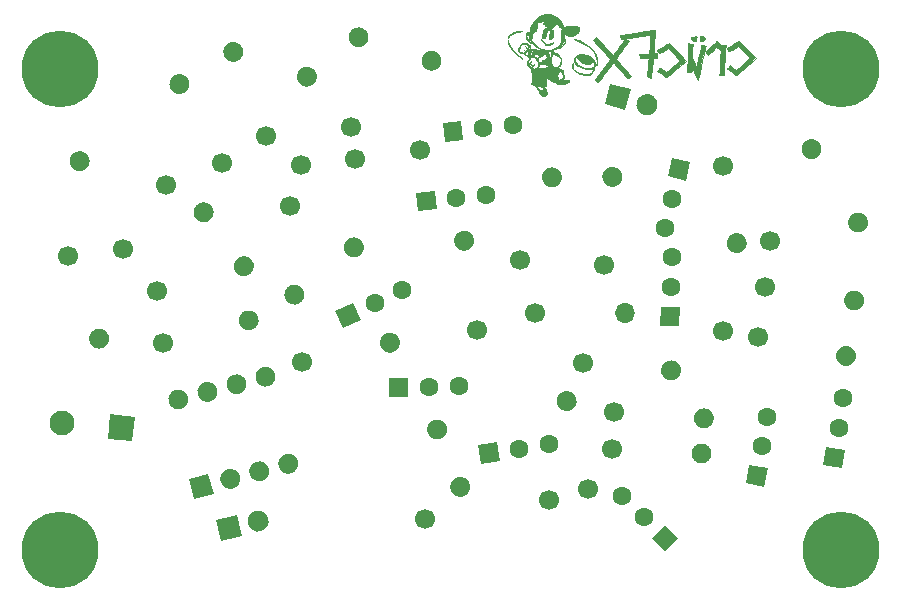
<source format=gbr>
%TF.GenerationSoftware,KiCad,Pcbnew,(5.1.6)-1*%
%TF.CreationDate,2020-07-12T11:16:24-05:00*%
%TF.ProjectId,Bird Monk Train,42697264-204d-46f6-9e6b-20547261696e,rev?*%
%TF.SameCoordinates,Original*%
%TF.FileFunction,Soldermask,Bot*%
%TF.FilePolarity,Negative*%
%FSLAX46Y46*%
G04 Gerber Fmt 4.6, Leading zero omitted, Abs format (unit mm)*
G04 Created by KiCad (PCBNEW (5.1.6)-1) date 2020-07-12 11:16:24*
%MOMM*%
%LPD*%
G01*
G04 APERTURE LIST*
%ADD10C,0.010000*%
%ADD11C,6.500000*%
%ADD12C,1.700000*%
%ADD13O,1.700000X1.700000*%
%ADD14C,0.100000*%
%ADD15C,1.600000*%
%ADD16C,2.100000*%
G04 APERTURE END LIST*
D10*
%TO.C,G\u002A\u002A\u002A*%
G36*
X139835390Y-109472141D02*
G01*
X139597909Y-109538494D01*
X139371436Y-109645655D01*
X139161969Y-109790436D01*
X138975503Y-109969652D01*
X138818036Y-110180114D01*
X138744059Y-110311828D01*
X138669045Y-110478223D01*
X138610674Y-110640884D01*
X138572965Y-110786946D01*
X138559930Y-110901308D01*
X138555900Y-110945523D01*
X138534494Y-110966091D01*
X138481736Y-110971984D01*
X138449457Y-110972242D01*
X138356493Y-110983591D01*
X138293723Y-111022246D01*
X138255505Y-111095123D01*
X138236198Y-111209136D01*
X138234198Y-111236082D01*
X138233581Y-111353397D01*
X138252242Y-111451191D01*
X138280314Y-111526114D01*
X138334222Y-111621186D01*
X138410762Y-111718788D01*
X138497939Y-111806647D01*
X138583760Y-111872488D01*
X138647907Y-111902288D01*
X138707690Y-111912337D01*
X138721617Y-111901226D01*
X138689871Y-111869396D01*
X138612725Y-111817340D01*
X138525273Y-111752080D01*
X138443375Y-111673430D01*
X138410468Y-111633535D01*
X138351772Y-111527873D01*
X138309860Y-111404358D01*
X138289240Y-111281580D01*
X138294424Y-111178132D01*
X138297280Y-111166893D01*
X138319490Y-111089452D01*
X138412574Y-111216257D01*
X138464873Y-111292492D01*
X138490444Y-111349217D01*
X138495674Y-111405513D01*
X138491172Y-111451054D01*
X138486832Y-111528868D01*
X138504305Y-111582578D01*
X138535454Y-111621600D01*
X138584329Y-111664504D01*
X138623498Y-111684040D01*
X138625499Y-111684154D01*
X138653886Y-111704602D01*
X138695869Y-111757696D01*
X138733815Y-111817637D01*
X138872004Y-112011305D01*
X139049837Y-112188588D01*
X139256691Y-112340784D01*
X139481943Y-112459191D01*
X139550132Y-112486314D01*
X139640511Y-112519610D01*
X139506211Y-112521401D01*
X139406999Y-112514522D01*
X139335049Y-112499899D01*
X138979450Y-112499899D01*
X138892641Y-112546140D01*
X138837390Y-112583597D01*
X138801936Y-112634139D01*
X138774602Y-112715349D01*
X138770951Y-112729409D01*
X138736778Y-112862573D01*
X138711947Y-112953954D01*
X138693420Y-113011091D01*
X138678162Y-113041520D01*
X138663134Y-113052782D01*
X138645301Y-113052413D01*
X138641154Y-113051611D01*
X138616512Y-113037114D01*
X138603786Y-112998728D01*
X138600058Y-112924985D01*
X138600303Y-112891110D01*
X138617656Y-112735532D01*
X138663426Y-112616990D01*
X138735831Y-112538047D01*
X138833088Y-112501267D01*
X138873208Y-112498833D01*
X138979450Y-112499899D01*
X139335049Y-112499899D01*
X139311239Y-112495060D01*
X139277382Y-112483414D01*
X139204969Y-112464563D01*
X139098275Y-112450430D01*
X138973451Y-112441665D01*
X138846646Y-112438915D01*
X138734013Y-112442829D01*
X138651701Y-112454057D01*
X138638717Y-112457756D01*
X138596316Y-112467936D01*
X138591028Y-112451209D01*
X138599326Y-112430782D01*
X138612392Y-112377886D01*
X138620783Y-112297947D01*
X138622241Y-112256226D01*
X138621618Y-112226597D01*
X138590153Y-112226597D01*
X138581836Y-112290618D01*
X138553810Y-112363067D01*
X138507679Y-112431905D01*
X138506446Y-112433319D01*
X138446231Y-112495153D01*
X138409042Y-112519546D01*
X138398124Y-112506212D01*
X138416724Y-112454866D01*
X138423983Y-112440560D01*
X138459131Y-112355664D01*
X138482230Y-112269212D01*
X138506268Y-112199185D01*
X138541248Y-112172003D01*
X138577158Y-112183045D01*
X138590153Y-112226597D01*
X138621618Y-112226597D01*
X138620640Y-112180148D01*
X138609622Y-112140862D01*
X138582795Y-112124398D01*
X138559979Y-112120148D01*
X138503802Y-112096775D01*
X138437592Y-112048575D01*
X138413454Y-112025724D01*
X138297704Y-111937399D01*
X138172666Y-111895805D01*
X138044600Y-111899261D01*
X137919769Y-111946084D01*
X137804433Y-112034591D01*
X137704855Y-112163100D01*
X137670856Y-112225291D01*
X137608605Y-112380504D01*
X137588698Y-112508900D01*
X137611467Y-112612308D01*
X137677244Y-112692558D01*
X137764569Y-112742818D01*
X137831150Y-112762582D01*
X137908776Y-112774149D01*
X137981753Y-112776821D01*
X138034388Y-112769903D01*
X138051422Y-112755563D01*
X138028548Y-112740627D01*
X137969795Y-112725725D01*
X137918299Y-112717913D01*
X137788386Y-112688711D01*
X137702062Y-112636023D01*
X137656915Y-112558036D01*
X137649537Y-112516001D01*
X137660955Y-112403051D01*
X137707702Y-112277916D01*
X137782435Y-112156069D01*
X137863043Y-112066119D01*
X137931278Y-112007482D01*
X137986510Y-111976866D01*
X138050666Y-111965335D01*
X138114016Y-111963834D01*
X138204657Y-111968431D01*
X138267575Y-111987256D01*
X138325458Y-112027854D01*
X138337057Y-112038024D01*
X138403627Y-112127994D01*
X138423851Y-112234455D01*
X138397589Y-112352669D01*
X138348979Y-112443672D01*
X138285588Y-112526643D01*
X138230724Y-112565702D01*
X138176296Y-112564997D01*
X138143399Y-112549029D01*
X138106803Y-112527793D01*
X138108221Y-112536243D01*
X138134696Y-112566797D01*
X138164188Y-112607128D01*
X138157801Y-112634167D01*
X138141052Y-112649788D01*
X138108737Y-112686623D01*
X138102273Y-112704284D01*
X138119158Y-112725804D01*
X138159112Y-112718678D01*
X138206077Y-112686746D01*
X138215317Y-112677260D01*
X138266905Y-112638604D01*
X138342800Y-112600749D01*
X138371634Y-112589874D01*
X138483302Y-112551825D01*
X138445340Y-112625235D01*
X138421360Y-112697778D01*
X138408225Y-112788397D01*
X138407378Y-112814323D01*
X138403002Y-112884985D01*
X138384579Y-112921530D01*
X138344169Y-112925992D01*
X138273830Y-112900405D01*
X138203974Y-112866436D01*
X138123067Y-112826390D01*
X138077246Y-112807756D01*
X138056666Y-112808138D01*
X138051481Y-112825139D01*
X138051422Y-112829291D01*
X138072789Y-112851874D01*
X138129516Y-112888322D01*
X138210544Y-112931738D01*
X138234638Y-112943513D01*
X138323869Y-112989634D01*
X138395210Y-113032722D01*
X138435786Y-113064842D01*
X138439305Y-113069647D01*
X138478043Y-113097120D01*
X138537514Y-113107978D01*
X138614273Y-113107978D01*
X138488605Y-113254174D01*
X138403033Y-113357705D01*
X138348009Y-113436018D01*
X138317704Y-113499426D01*
X138306290Y-113558245D01*
X138305676Y-113577939D01*
X138318717Y-113657737D01*
X138361178Y-113740764D01*
X138438070Y-113834563D01*
X138544753Y-113937971D01*
X138709029Y-114086857D01*
X138720213Y-114671641D01*
X138724213Y-114841215D01*
X138729282Y-114995414D01*
X138735047Y-115126401D01*
X138741136Y-115226334D01*
X138747173Y-115287375D01*
X138750196Y-115301209D01*
X138756459Y-115333057D01*
X138727468Y-115330037D01*
X138724557Y-115328939D01*
X138691933Y-115325340D01*
X138692023Y-115347720D01*
X138720351Y-115373790D01*
X138783643Y-115408589D01*
X138868591Y-115444871D01*
X138874568Y-115447117D01*
X138968144Y-115484876D01*
X139029024Y-115520668D01*
X139073234Y-115567078D01*
X139116801Y-115636688D01*
X139117438Y-115637808D01*
X139168121Y-115718502D01*
X139219682Y-115787444D01*
X139245971Y-115815635D01*
X139286298Y-115862328D01*
X139340053Y-115938085D01*
X139396273Y-116027351D01*
X139401661Y-116036510D01*
X139495660Y-116172572D01*
X139593104Y-116267682D01*
X139690087Y-116319532D01*
X139782697Y-116325812D01*
X139846607Y-116299443D01*
X139891801Y-116244225D01*
X139907850Y-116154798D01*
X139895126Y-116027770D01*
X139888054Y-115993936D01*
X139816097Y-115993936D01*
X139794591Y-116021877D01*
X139753343Y-116056302D01*
X139704435Y-116087630D01*
X139659953Y-116106281D01*
X139646867Y-116108052D01*
X139609069Y-116101955D01*
X139602373Y-116095092D01*
X139622842Y-116071979D01*
X139672223Y-116039369D01*
X139732471Y-116007288D01*
X139785546Y-115985762D01*
X139805776Y-115982060D01*
X139816097Y-115993936D01*
X139888054Y-115993936D01*
X139882851Y-115969052D01*
X139867920Y-115892528D01*
X139867880Y-115868608D01*
X139751115Y-115868608D01*
X139749013Y-115893373D01*
X139715136Y-115930621D01*
X139663358Y-115970436D01*
X139607556Y-116002901D01*
X139561603Y-116018097D01*
X139545579Y-116015516D01*
X139552037Y-115995661D01*
X139592545Y-115959484D01*
X139632772Y-115931508D01*
X139696357Y-115893005D01*
X139740061Y-115870880D01*
X139751115Y-115868608D01*
X139867880Y-115868608D01*
X139867869Y-115862096D01*
X139880162Y-115876071D01*
X139902265Y-115932769D01*
X139921583Y-115994792D01*
X139945103Y-116124982D01*
X139937513Y-116235087D01*
X139902010Y-116318644D01*
X139841788Y-116369186D01*
X139760044Y-116380247D01*
X139733488Y-116375327D01*
X139630789Y-116328075D01*
X139524567Y-116240804D01*
X139425442Y-116122340D01*
X139420411Y-116115101D01*
X139371702Y-116054289D01*
X139337054Y-116028125D01*
X139322779Y-116037143D01*
X139335187Y-116081876D01*
X139348568Y-116109018D01*
X139398617Y-116182429D01*
X139470673Y-116265354D01*
X139549186Y-116341649D01*
X139618606Y-116395169D01*
X139630981Y-116402216D01*
X139729091Y-116433108D01*
X139828380Y-116432312D01*
X139888409Y-116411246D01*
X139953460Y-116345971D01*
X139993388Y-116247822D01*
X140003100Y-116130664D01*
X140000855Y-116105208D01*
X139978277Y-115994687D01*
X139939423Y-115878701D01*
X139910418Y-115815786D01*
X139856627Y-115815786D01*
X139843914Y-115828498D01*
X139831202Y-115815786D01*
X139843914Y-115803073D01*
X139856627Y-115815786D01*
X139910418Y-115815786D01*
X139891348Y-115774423D01*
X139885026Y-115764935D01*
X139831202Y-115764935D01*
X139818489Y-115777647D01*
X139805776Y-115764935D01*
X139818489Y-115752222D01*
X139831202Y-115764935D01*
X139885026Y-115764935D01*
X139841107Y-115699023D01*
X139828850Y-115686531D01*
X139791934Y-115645694D01*
X139704355Y-115645694D01*
X139703838Y-115696179D01*
X139689414Y-115759578D01*
X139664007Y-115818923D01*
X139651378Y-115837782D01*
X139581092Y-115893001D01*
X139495370Y-115899879D01*
X139394579Y-115858408D01*
X139372068Y-115843920D01*
X139315607Y-115796867D01*
X139256031Y-115734007D01*
X139202358Y-115666990D01*
X139163604Y-115607465D01*
X139148788Y-115567084D01*
X139151510Y-115558974D01*
X139181117Y-115556693D01*
X139249461Y-115562017D01*
X139345178Y-115573847D01*
X139418931Y-115584860D01*
X139526961Y-115601797D01*
X139615405Y-115615216D01*
X139672767Y-115623398D01*
X139688039Y-115625095D01*
X139704355Y-115645694D01*
X139791934Y-115645694D01*
X139789413Y-115642906D01*
X139789846Y-115610229D01*
X139833611Y-115577728D01*
X139869615Y-115559696D01*
X139918186Y-115531908D01*
X139951715Y-115496695D01*
X139972139Y-115445522D01*
X139981396Y-115369848D01*
X139981416Y-115275124D01*
X139737179Y-115275124D01*
X139734934Y-115294523D01*
X139734167Y-115294564D01*
X139708708Y-115274033D01*
X139683275Y-115231001D01*
X139676157Y-115212889D01*
X139561245Y-115212889D01*
X139550724Y-115218288D01*
X139528871Y-115197682D01*
X139526096Y-115180150D01*
X139531536Y-115146227D01*
X139536089Y-115142012D01*
X139552483Y-115161893D01*
X139560716Y-115180150D01*
X139561245Y-115212889D01*
X139676157Y-115212889D01*
X139665201Y-115185015D01*
X139663557Y-115167437D01*
X139682402Y-115186212D01*
X139714449Y-115231001D01*
X139737179Y-115275124D01*
X139981416Y-115275124D01*
X139981420Y-115261138D01*
X139974150Y-115110852D01*
X139973582Y-115101301D01*
X139956323Y-114812610D01*
X140318932Y-115039702D01*
X140454973Y-115124002D01*
X140554969Y-115183324D01*
X140625289Y-115220747D01*
X140672299Y-115239346D01*
X140702368Y-115242199D01*
X140720386Y-115233695D01*
X140773382Y-115194115D01*
X140797368Y-115179137D01*
X140822035Y-115169294D01*
X140809140Y-115192394D01*
X140807671Y-115194338D01*
X140767395Y-115257910D01*
X140768388Y-115296001D01*
X140814113Y-115315798D01*
X140869307Y-115322249D01*
X141119962Y-115333587D01*
X141326432Y-115327333D01*
X141492489Y-115302803D01*
X141621905Y-115259313D01*
X141718453Y-115196179D01*
X141751143Y-115162418D01*
X141780439Y-115132716D01*
X141499751Y-115132716D01*
X141478916Y-115170609D01*
X141442680Y-115210391D01*
X141395772Y-115252951D01*
X141372024Y-115260304D01*
X141362103Y-115238707D01*
X141352333Y-115212970D01*
X141329134Y-115213456D01*
X141278671Y-115241114D01*
X141272490Y-115244865D01*
X141218498Y-115270614D01*
X141185943Y-115272760D01*
X141182987Y-115268941D01*
X141154150Y-115249528D01*
X141113067Y-115243713D01*
X141061247Y-115236797D01*
X141051647Y-115220798D01*
X141078290Y-115202840D01*
X141135196Y-115190047D01*
X141159680Y-115188169D01*
X141263225Y-115183134D01*
X141329820Y-115177534D01*
X141373336Y-115169128D01*
X141407646Y-115155671D01*
X141428825Y-115144652D01*
X141482780Y-115122761D01*
X141499751Y-115132716D01*
X141780439Y-115132716D01*
X141795571Y-115117375D01*
X141827192Y-115099176D01*
X141832480Y-115100781D01*
X141830687Y-115130243D01*
X141793172Y-115174655D01*
X141729485Y-115225805D01*
X141649175Y-115275482D01*
X141602123Y-115298866D01*
X141540501Y-115324141D01*
X141479897Y-115341102D01*
X141408025Y-115351348D01*
X141312597Y-115356477D01*
X141181327Y-115358087D01*
X141146491Y-115358128D01*
X141013287Y-115358815D01*
X140924582Y-115361384D01*
X140874035Y-115366601D01*
X140855306Y-115375229D01*
X140862057Y-115388034D01*
X140866812Y-115391849D01*
X140905426Y-115407598D01*
X140974505Y-115416591D01*
X141081134Y-115419361D01*
X141204739Y-115417274D01*
X141335896Y-115412495D01*
X141430733Y-115404983D01*
X141503784Y-115391886D01*
X141569580Y-115370349D01*
X141642652Y-115337518D01*
X141664077Y-115327055D01*
X141787258Y-115253987D01*
X141862080Y-115183735D01*
X141891006Y-115120836D01*
X141876499Y-115069827D01*
X141821022Y-115035247D01*
X141727038Y-115021633D01*
X141597009Y-115033523D01*
X141514597Y-115051645D01*
X141430433Y-115072504D01*
X141365638Y-115086824D01*
X141337920Y-115091161D01*
X141335816Y-115070776D01*
X141353971Y-115017497D01*
X141386085Y-114947738D01*
X141445116Y-114787470D01*
X141450209Y-114708647D01*
X141401381Y-114708647D01*
X141384422Y-114813934D01*
X141359082Y-114879388D01*
X141326992Y-114908184D01*
X141285787Y-114914084D01*
X141176690Y-114939860D01*
X141079097Y-115014627D01*
X141052822Y-115045510D01*
X141000039Y-115095128D01*
X140961020Y-115100769D01*
X140943866Y-115065547D01*
X140952222Y-115006859D01*
X140973656Y-114886494D01*
X140958375Y-114790460D01*
X140911861Y-114714510D01*
X140848376Y-114639062D01*
X140951875Y-114484071D01*
X141005651Y-114406265D01*
X141050700Y-114345977D01*
X141078012Y-114315210D01*
X141079387Y-114314240D01*
X141116889Y-114317014D01*
X141176796Y-114345914D01*
X141244786Y-114391898D01*
X141306537Y-114445920D01*
X141330217Y-114472633D01*
X141385169Y-114581113D01*
X141401381Y-114708647D01*
X141450209Y-114708647D01*
X141454800Y-114637596D01*
X141415213Y-114496536D01*
X141407889Y-114481561D01*
X141372773Y-114381906D01*
X141371330Y-114310952D01*
X141370289Y-114239385D01*
X141351949Y-114195025D01*
X141309291Y-114163664D01*
X141229108Y-114125262D01*
X141123466Y-114084015D01*
X141004433Y-114044121D01*
X140884077Y-114009778D01*
X140774465Y-113985183D01*
X140727723Y-113977886D01*
X140581252Y-113959663D01*
X140491406Y-113801335D01*
X140404577Y-113801335D01*
X140400330Y-113811008D01*
X140390561Y-113818315D01*
X140341163Y-113842740D01*
X140255939Y-113874780D01*
X140148509Y-113910193D01*
X140032497Y-113944736D01*
X139921523Y-113974167D01*
X139829211Y-113994244D01*
X139821218Y-113995626D01*
X139736991Y-114006159D01*
X139634174Y-114013866D01*
X139524367Y-114018574D01*
X139419172Y-114020108D01*
X139330188Y-114018296D01*
X139269016Y-114012962D01*
X139247225Y-114004224D01*
X139261706Y-113970873D01*
X139283525Y-113938315D01*
X139311541Y-113881962D01*
X139333350Y-113805747D01*
X139335231Y-113795497D01*
X139351447Y-113699517D01*
X139526585Y-113690356D01*
X139272191Y-113690356D01*
X139265156Y-113817000D01*
X139262968Y-113826359D01*
X139218054Y-113912251D01*
X139135252Y-113989760D01*
X139027450Y-114047717D01*
X138994711Y-114058869D01*
X138918895Y-114078241D01*
X138865710Y-114077976D01*
X138810056Y-114055978D01*
X138782403Y-114041134D01*
X138723859Y-114004556D01*
X138690224Y-113975289D01*
X138687057Y-113968413D01*
X138707219Y-113943844D01*
X138755831Y-113912547D01*
X138756977Y-113911947D01*
X138802766Y-113880765D01*
X138734489Y-113880765D01*
X138706126Y-113904753D01*
X138641276Y-113917702D01*
X138580449Y-113895447D01*
X138512975Y-113836622D01*
X138464564Y-113782623D01*
X138449412Y-113749723D01*
X138462713Y-113725303D01*
X138468629Y-113720107D01*
X138523240Y-113700790D01*
X138592526Y-113724545D01*
X138667988Y-113781199D01*
X138723686Y-113840139D01*
X138734489Y-113880765D01*
X138802766Y-113880765D01*
X138823241Y-113866822D01*
X138887832Y-113807430D01*
X138890461Y-113804526D01*
X138954024Y-113733480D01*
X138882425Y-113778372D01*
X138840459Y-113802302D01*
X138807839Y-113806457D01*
X138769041Y-113786838D01*
X138708545Y-113739447D01*
X138698091Y-113730885D01*
X138626525Y-113667783D01*
X138593231Y-113621947D01*
X138594226Y-113582354D01*
X138625525Y-113537978D01*
X138627576Y-113535700D01*
X138654778Y-113495723D01*
X138656221Y-113475473D01*
X138634509Y-113486400D01*
X138590640Y-113528095D01*
X138534119Y-113591522D01*
X138466961Y-113664124D01*
X138420275Y-113697979D01*
X138401229Y-113696784D01*
X138381068Y-113647279D01*
X138378356Y-113571265D01*
X138391727Y-113489478D01*
X138419208Y-113423573D01*
X138470460Y-113358751D01*
X138545787Y-113278287D01*
X138629271Y-113197946D01*
X138704991Y-113133490D01*
X138731440Y-113114424D01*
X138812184Y-113089590D01*
X138909403Y-113102291D01*
X139008662Y-113149684D01*
X139043515Y-113175865D01*
X139128216Y-113273098D01*
X139198226Y-113402117D01*
X139248050Y-113546633D01*
X139272191Y-113690356D01*
X139526585Y-113690356D01*
X139596863Y-113686680D01*
X139710465Y-113681300D01*
X139786529Y-113681174D01*
X139838297Y-113688863D01*
X139879013Y-113706928D01*
X139921918Y-113737928D01*
X139941040Y-113753223D01*
X140015447Y-113804424D01*
X140087065Y-113827645D01*
X140170686Y-113832602D01*
X140260486Y-113828560D01*
X140338867Y-113818313D01*
X140365136Y-113811868D01*
X140404577Y-113801335D01*
X140491406Y-113801335D01*
X140475232Y-113772834D01*
X140391649Y-113596583D01*
X140351947Y-113432629D01*
X140355351Y-113268944D01*
X140401088Y-113093500D01*
X140427178Y-113026551D01*
X140449133Y-112957987D01*
X140454534Y-112905339D01*
X140452715Y-112897356D01*
X140458283Y-112853355D01*
X140475981Y-112831260D01*
X140501040Y-112821682D01*
X140542880Y-112826569D01*
X140609413Y-112848285D01*
X140708550Y-112889192D01*
X140788600Y-112924663D01*
X140910360Y-112980910D01*
X140994666Y-113024726D01*
X141051241Y-113062658D01*
X141089809Y-113101249D01*
X141120095Y-113147045D01*
X141120778Y-113148248D01*
X141179894Y-113298179D01*
X141194228Y-113451396D01*
X141166266Y-113598772D01*
X141098495Y-113731177D01*
X140993401Y-113839483D01*
X140919889Y-113885835D01*
X140874095Y-113918081D01*
X140860579Y-113945947D01*
X140861543Y-113948006D01*
X140893390Y-113957772D01*
X140947725Y-113935608D01*
X141015238Y-113889265D01*
X141086615Y-113826496D01*
X141152546Y-113755051D01*
X141203718Y-113682681D01*
X141220644Y-113649085D01*
X141249120Y-113533787D01*
X141253621Y-113397159D01*
X141234977Y-113262262D01*
X141203442Y-113170027D01*
X141146100Y-113080506D01*
X141060772Y-112982726D01*
X140957365Y-112884696D01*
X140845790Y-112794430D01*
X140803424Y-112765696D01*
X140364372Y-112765696D01*
X140361550Y-112850041D01*
X140360280Y-112870456D01*
X140349377Y-112973846D01*
X140330700Y-113037749D01*
X140302782Y-113072099D01*
X140252409Y-113095110D01*
X140243550Y-113088590D01*
X140008621Y-113088590D01*
X139988607Y-113127465D01*
X139936507Y-113176200D01*
X139901121Y-113200881D01*
X139833433Y-113246147D01*
X139740362Y-113311793D01*
X139636830Y-113387192D01*
X139579426Y-113430028D01*
X139489842Y-113496414D01*
X139415331Y-113549497D01*
X139365090Y-113582853D01*
X139348884Y-113591061D01*
X139332712Y-113568933D01*
X139308555Y-113511774D01*
X139288932Y-113454498D01*
X139237366Y-113338798D01*
X139161203Y-113225487D01*
X139072311Y-113129181D01*
X138982559Y-113064493D01*
X138966008Y-113056825D01*
X138916651Y-113032325D01*
X138897530Y-113002026D01*
X138900185Y-112947102D01*
X138904477Y-112919895D01*
X138916720Y-112853356D01*
X138926610Y-112812543D01*
X138928771Y-112807724D01*
X138954987Y-112809586D01*
X139015212Y-112822629D01*
X139072062Y-112837427D01*
X139169872Y-112862431D01*
X139265014Y-112883665D01*
X139303624Y-112890935D01*
X139375206Y-112915936D01*
X139399723Y-112956250D01*
X139377006Y-113007533D01*
X139310295Y-113063250D01*
X139247591Y-113109953D01*
X139221184Y-113143449D01*
X139234862Y-113158486D01*
X139241361Y-113158829D01*
X139269892Y-113146814D01*
X139333443Y-113113953D01*
X139423106Y-113065021D01*
X139529978Y-113004794D01*
X139549585Y-112993563D01*
X139660178Y-112931596D01*
X139756938Y-112880219D01*
X139830369Y-112844273D01*
X139870975Y-112828601D01*
X139873702Y-112828298D01*
X139903830Y-112849876D01*
X139940716Y-112903833D01*
X139975982Y-112974001D01*
X140001247Y-113044215D01*
X140008621Y-113088590D01*
X140243550Y-113088590D01*
X140222819Y-113073333D01*
X140212117Y-113005229D01*
X140212025Y-112998419D01*
X140193108Y-112888775D01*
X140144600Y-112778959D01*
X140076735Y-112688578D01*
X140031154Y-112651939D01*
X139986005Y-112621273D01*
X139975773Y-112600373D01*
X140005068Y-112584462D01*
X140078498Y-112568766D01*
X140117914Y-112562033D01*
X140184953Y-112556708D01*
X140234738Y-112574289D01*
X140291238Y-112623363D01*
X140292438Y-112624562D01*
X140334580Y-112670225D01*
X140356970Y-112711513D01*
X140364372Y-112765696D01*
X140803424Y-112765696D01*
X140735955Y-112719938D01*
X140637770Y-112669231D01*
X140561145Y-112650322D01*
X140560612Y-112650320D01*
X140517999Y-112632875D01*
X140481519Y-112601646D01*
X140463100Y-112577795D01*
X140462570Y-112557567D01*
X140486784Y-112534811D01*
X140542596Y-112503376D01*
X140636862Y-112457109D01*
X140649200Y-112451174D01*
X140762469Y-112400968D01*
X140877249Y-112357089D01*
X140973342Y-112327077D01*
X140995685Y-112321867D01*
X141089346Y-112298164D01*
X141175017Y-112269036D01*
X141206964Y-112254784D01*
X141309962Y-112186786D01*
X141413006Y-112094595D01*
X141498580Y-111995213D01*
X141536546Y-111934799D01*
X141570616Y-111840856D01*
X141582237Y-111757322D01*
X141533553Y-111757322D01*
X141516153Y-111822410D01*
X141481987Y-111901254D01*
X141436841Y-111979625D01*
X141405699Y-112021947D01*
X141352233Y-112074205D01*
X141279369Y-112129537D01*
X141197142Y-112182423D01*
X141115589Y-112227341D01*
X141044749Y-112258768D01*
X140994656Y-112271184D01*
X140975350Y-112259066D01*
X140975346Y-112258698D01*
X140994826Y-112240566D01*
X141045818Y-112203033D01*
X141114926Y-112155810D01*
X141213218Y-112084033D01*
X141272483Y-112021702D01*
X141293797Y-111973754D01*
X141247996Y-111973754D01*
X141245957Y-112001959D01*
X141230110Y-112026783D01*
X141195269Y-112061834D01*
X141187135Y-112054424D01*
X141205340Y-112012507D01*
X141231999Y-111977175D01*
X141247996Y-111973754D01*
X141293797Y-111973754D01*
X141300564Y-111958533D01*
X141305876Y-111905320D01*
X141323331Y-111850911D01*
X141380422Y-111795263D01*
X141409911Y-111774617D01*
X141472595Y-111737564D01*
X141516981Y-111719488D01*
X141528399Y-111720224D01*
X141533553Y-111757322D01*
X141582237Y-111757322D01*
X141584351Y-111742127D01*
X141579059Y-111650576D01*
X141556044Y-111578168D01*
X141516612Y-111536865D01*
X141492559Y-111531601D01*
X141466310Y-111538357D01*
X141481041Y-111566310D01*
X141483854Y-111569740D01*
X141502689Y-111610434D01*
X141483854Y-111646016D01*
X141443027Y-111678980D01*
X141409055Y-111683932D01*
X141396634Y-111662223D01*
X141404675Y-111638728D01*
X141417443Y-111600085D01*
X141436303Y-111526376D01*
X141458000Y-111432519D01*
X141479277Y-111333434D01*
X141496878Y-111244039D01*
X141507547Y-111179251D01*
X141509280Y-111159471D01*
X141528750Y-111162240D01*
X141575939Y-111183367D01*
X141579200Y-111185040D01*
X141745329Y-111248684D01*
X141926166Y-111280111D01*
X142110768Y-111280523D01*
X142288197Y-111251117D01*
X142447512Y-111193094D01*
X142577772Y-111107654D01*
X142614444Y-111071527D01*
X142692821Y-110972921D01*
X142736542Y-110881642D01*
X142753798Y-110777636D01*
X142755125Y-110727089D01*
X142752931Y-110702825D01*
X141270678Y-110702825D01*
X141266498Y-110750536D01*
X141248512Y-110827388D01*
X141217480Y-110943362D01*
X141216553Y-110946817D01*
X141194611Y-111043944D01*
X141184060Y-111138927D01*
X141183733Y-111250357D01*
X141190225Y-111366336D01*
X141200128Y-111519723D01*
X141204206Y-111634290D01*
X141201633Y-111721822D01*
X141191581Y-111794102D01*
X141173224Y-111862915D01*
X141150912Y-111926304D01*
X141085520Y-112050350D01*
X140984022Y-112163662D01*
X140841531Y-112270652D01*
X140653156Y-112375732D01*
X140652441Y-112376086D01*
X140540553Y-112428828D01*
X140450660Y-112461933D01*
X140360781Y-112481296D01*
X140248931Y-112492808D01*
X140206129Y-112495719D01*
X140018377Y-112501821D01*
X139859138Y-112491951D01*
X139707924Y-112463728D01*
X139562653Y-112420965D01*
X139354226Y-112328800D01*
X139156346Y-112198378D01*
X138980122Y-112039159D01*
X138836658Y-111860603D01*
X138769590Y-111745455D01*
X138712904Y-111631688D01*
X138636207Y-111631688D01*
X138621077Y-111647710D01*
X138586624Y-111635648D01*
X138549256Y-111603599D01*
X138533799Y-111581132D01*
X138513537Y-111521966D01*
X138511064Y-111466272D01*
X138526131Y-111432855D01*
X138535802Y-111429900D01*
X138560085Y-111450987D01*
X138590877Y-111501885D01*
X138618949Y-111564052D01*
X138635075Y-111618942D01*
X138636207Y-111631688D01*
X138712904Y-111631688D01*
X138694705Y-111595165D01*
X138728999Y-111396895D01*
X138745754Y-111315485D01*
X138566731Y-111315485D01*
X138464044Y-111188379D01*
X138412943Y-111120300D01*
X138380299Y-111067289D01*
X138373155Y-111042183D01*
X138406316Y-111026917D01*
X138460326Y-111024018D01*
X138506745Y-111033492D01*
X138517816Y-111042162D01*
X138528016Y-111076609D01*
X138541000Y-111143294D01*
X138548142Y-111188358D01*
X138566731Y-111315485D01*
X138745754Y-111315485D01*
X138758501Y-111253553D01*
X138793103Y-111150196D01*
X138838582Y-111075962D01*
X138900715Y-111019991D01*
X138943670Y-110993287D01*
X139024179Y-110936708D01*
X139083151Y-110865170D01*
X139124149Y-110770068D01*
X139150735Y-110642800D01*
X139166471Y-110474760D01*
X139167771Y-110451985D01*
X139182853Y-110173270D01*
X139330640Y-110128356D01*
X139440685Y-110100781D01*
X139567632Y-110077312D01*
X139648458Y-110066835D01*
X139818489Y-110050227D01*
X139746221Y-110127339D01*
X139692531Y-110202403D01*
X139687220Y-110263210D01*
X139730906Y-110311818D01*
X139812133Y-110346687D01*
X139849424Y-110380351D01*
X139856627Y-110408971D01*
X139879119Y-110471943D01*
X139943741Y-110510892D01*
X140005635Y-110521746D01*
X140056113Y-110528774D01*
X140074926Y-110550426D01*
X140071878Y-110602351D01*
X140068752Y-110622505D01*
X140066739Y-110707990D01*
X140085341Y-110755988D01*
X140140694Y-110786479D01*
X140224677Y-110791547D01*
X140322217Y-110771767D01*
X140388477Y-110744476D01*
X140478865Y-110682554D01*
X140573452Y-110592728D01*
X140657467Y-110491327D01*
X140716141Y-110394676D01*
X140725603Y-110371842D01*
X140752850Y-110309896D01*
X140783464Y-110289891D01*
X140832332Y-110307308D01*
X140868182Y-110328588D01*
X140981216Y-110410867D01*
X141056593Y-110492283D01*
X141079167Y-110533789D01*
X141115972Y-110581891D01*
X141178528Y-110627402D01*
X141192776Y-110634746D01*
X141234577Y-110654910D01*
X141260291Y-110674277D01*
X141270678Y-110702825D01*
X142752931Y-110702825D01*
X142747436Y-110642089D01*
X142716965Y-110579099D01*
X142677363Y-110534612D01*
X142599601Y-110456850D01*
X142365902Y-110473035D01*
X142247970Y-110480539D01*
X142098203Y-110489105D01*
X141935576Y-110497691D01*
X141779060Y-110505258D01*
X141774702Y-110505456D01*
X141417201Y-110521693D01*
X141373953Y-110408449D01*
X141314846Y-110284088D01*
X141229377Y-110142404D01*
X141208584Y-110112871D01*
X140999647Y-110112871D01*
X140988939Y-110113368D01*
X140963068Y-110076952D01*
X140946958Y-110048171D01*
X140921592Y-109993363D01*
X140847440Y-109993363D01*
X140843599Y-110026718D01*
X140827445Y-110013088D01*
X140822793Y-110006076D01*
X140801577Y-109948196D01*
X140798146Y-109917087D01*
X140801988Y-109883732D01*
X140818142Y-109897362D01*
X140822793Y-109904374D01*
X140844009Y-109962254D01*
X140847440Y-109993363D01*
X140921592Y-109993363D01*
X140918238Y-109986117D01*
X140906569Y-109944830D01*
X140908069Y-109937750D01*
X140926114Y-109948057D01*
X140952950Y-109988869D01*
X140979613Y-110043042D01*
X140997136Y-110093432D01*
X140999647Y-110112871D01*
X141208584Y-110112871D01*
X141129091Y-109999968D01*
X141025534Y-109873350D01*
X140943176Y-109790197D01*
X140804091Y-109686669D01*
X140637532Y-109592117D01*
X140464131Y-109516980D01*
X140319390Y-109474608D01*
X140077883Y-109449783D01*
X139835390Y-109472141D01*
G37*
X139835390Y-109472141D02*
X139597909Y-109538494D01*
X139371436Y-109645655D01*
X139161969Y-109790436D01*
X138975503Y-109969652D01*
X138818036Y-110180114D01*
X138744059Y-110311828D01*
X138669045Y-110478223D01*
X138610674Y-110640884D01*
X138572965Y-110786946D01*
X138559930Y-110901308D01*
X138555900Y-110945523D01*
X138534494Y-110966091D01*
X138481736Y-110971984D01*
X138449457Y-110972242D01*
X138356493Y-110983591D01*
X138293723Y-111022246D01*
X138255505Y-111095123D01*
X138236198Y-111209136D01*
X138234198Y-111236082D01*
X138233581Y-111353397D01*
X138252242Y-111451191D01*
X138280314Y-111526114D01*
X138334222Y-111621186D01*
X138410762Y-111718788D01*
X138497939Y-111806647D01*
X138583760Y-111872488D01*
X138647907Y-111902288D01*
X138707690Y-111912337D01*
X138721617Y-111901226D01*
X138689871Y-111869396D01*
X138612725Y-111817340D01*
X138525273Y-111752080D01*
X138443375Y-111673430D01*
X138410468Y-111633535D01*
X138351772Y-111527873D01*
X138309860Y-111404358D01*
X138289240Y-111281580D01*
X138294424Y-111178132D01*
X138297280Y-111166893D01*
X138319490Y-111089452D01*
X138412574Y-111216257D01*
X138464873Y-111292492D01*
X138490444Y-111349217D01*
X138495674Y-111405513D01*
X138491172Y-111451054D01*
X138486832Y-111528868D01*
X138504305Y-111582578D01*
X138535454Y-111621600D01*
X138584329Y-111664504D01*
X138623498Y-111684040D01*
X138625499Y-111684154D01*
X138653886Y-111704602D01*
X138695869Y-111757696D01*
X138733815Y-111817637D01*
X138872004Y-112011305D01*
X139049837Y-112188588D01*
X139256691Y-112340784D01*
X139481943Y-112459191D01*
X139550132Y-112486314D01*
X139640511Y-112519610D01*
X139506211Y-112521401D01*
X139406999Y-112514522D01*
X139335049Y-112499899D01*
X138979450Y-112499899D01*
X138892641Y-112546140D01*
X138837390Y-112583597D01*
X138801936Y-112634139D01*
X138774602Y-112715349D01*
X138770951Y-112729409D01*
X138736778Y-112862573D01*
X138711947Y-112953954D01*
X138693420Y-113011091D01*
X138678162Y-113041520D01*
X138663134Y-113052782D01*
X138645301Y-113052413D01*
X138641154Y-113051611D01*
X138616512Y-113037114D01*
X138603786Y-112998728D01*
X138600058Y-112924985D01*
X138600303Y-112891110D01*
X138617656Y-112735532D01*
X138663426Y-112616990D01*
X138735831Y-112538047D01*
X138833088Y-112501267D01*
X138873208Y-112498833D01*
X138979450Y-112499899D01*
X139335049Y-112499899D01*
X139311239Y-112495060D01*
X139277382Y-112483414D01*
X139204969Y-112464563D01*
X139098275Y-112450430D01*
X138973451Y-112441665D01*
X138846646Y-112438915D01*
X138734013Y-112442829D01*
X138651701Y-112454057D01*
X138638717Y-112457756D01*
X138596316Y-112467936D01*
X138591028Y-112451209D01*
X138599326Y-112430782D01*
X138612392Y-112377886D01*
X138620783Y-112297947D01*
X138622241Y-112256226D01*
X138621618Y-112226597D01*
X138590153Y-112226597D01*
X138581836Y-112290618D01*
X138553810Y-112363067D01*
X138507679Y-112431905D01*
X138506446Y-112433319D01*
X138446231Y-112495153D01*
X138409042Y-112519546D01*
X138398124Y-112506212D01*
X138416724Y-112454866D01*
X138423983Y-112440560D01*
X138459131Y-112355664D01*
X138482230Y-112269212D01*
X138506268Y-112199185D01*
X138541248Y-112172003D01*
X138577158Y-112183045D01*
X138590153Y-112226597D01*
X138621618Y-112226597D01*
X138620640Y-112180148D01*
X138609622Y-112140862D01*
X138582795Y-112124398D01*
X138559979Y-112120148D01*
X138503802Y-112096775D01*
X138437592Y-112048575D01*
X138413454Y-112025724D01*
X138297704Y-111937399D01*
X138172666Y-111895805D01*
X138044600Y-111899261D01*
X137919769Y-111946084D01*
X137804433Y-112034591D01*
X137704855Y-112163100D01*
X137670856Y-112225291D01*
X137608605Y-112380504D01*
X137588698Y-112508900D01*
X137611467Y-112612308D01*
X137677244Y-112692558D01*
X137764569Y-112742818D01*
X137831150Y-112762582D01*
X137908776Y-112774149D01*
X137981753Y-112776821D01*
X138034388Y-112769903D01*
X138051422Y-112755563D01*
X138028548Y-112740627D01*
X137969795Y-112725725D01*
X137918299Y-112717913D01*
X137788386Y-112688711D01*
X137702062Y-112636023D01*
X137656915Y-112558036D01*
X137649537Y-112516001D01*
X137660955Y-112403051D01*
X137707702Y-112277916D01*
X137782435Y-112156069D01*
X137863043Y-112066119D01*
X137931278Y-112007482D01*
X137986510Y-111976866D01*
X138050666Y-111965335D01*
X138114016Y-111963834D01*
X138204657Y-111968431D01*
X138267575Y-111987256D01*
X138325458Y-112027854D01*
X138337057Y-112038024D01*
X138403627Y-112127994D01*
X138423851Y-112234455D01*
X138397589Y-112352669D01*
X138348979Y-112443672D01*
X138285588Y-112526643D01*
X138230724Y-112565702D01*
X138176296Y-112564997D01*
X138143399Y-112549029D01*
X138106803Y-112527793D01*
X138108221Y-112536243D01*
X138134696Y-112566797D01*
X138164188Y-112607128D01*
X138157801Y-112634167D01*
X138141052Y-112649788D01*
X138108737Y-112686623D01*
X138102273Y-112704284D01*
X138119158Y-112725804D01*
X138159112Y-112718678D01*
X138206077Y-112686746D01*
X138215317Y-112677260D01*
X138266905Y-112638604D01*
X138342800Y-112600749D01*
X138371634Y-112589874D01*
X138483302Y-112551825D01*
X138445340Y-112625235D01*
X138421360Y-112697778D01*
X138408225Y-112788397D01*
X138407378Y-112814323D01*
X138403002Y-112884985D01*
X138384579Y-112921530D01*
X138344169Y-112925992D01*
X138273830Y-112900405D01*
X138203974Y-112866436D01*
X138123067Y-112826390D01*
X138077246Y-112807756D01*
X138056666Y-112808138D01*
X138051481Y-112825139D01*
X138051422Y-112829291D01*
X138072789Y-112851874D01*
X138129516Y-112888322D01*
X138210544Y-112931738D01*
X138234638Y-112943513D01*
X138323869Y-112989634D01*
X138395210Y-113032722D01*
X138435786Y-113064842D01*
X138439305Y-113069647D01*
X138478043Y-113097120D01*
X138537514Y-113107978D01*
X138614273Y-113107978D01*
X138488605Y-113254174D01*
X138403033Y-113357705D01*
X138348009Y-113436018D01*
X138317704Y-113499426D01*
X138306290Y-113558245D01*
X138305676Y-113577939D01*
X138318717Y-113657737D01*
X138361178Y-113740764D01*
X138438070Y-113834563D01*
X138544753Y-113937971D01*
X138709029Y-114086857D01*
X138720213Y-114671641D01*
X138724213Y-114841215D01*
X138729282Y-114995414D01*
X138735047Y-115126401D01*
X138741136Y-115226334D01*
X138747173Y-115287375D01*
X138750196Y-115301209D01*
X138756459Y-115333057D01*
X138727468Y-115330037D01*
X138724557Y-115328939D01*
X138691933Y-115325340D01*
X138692023Y-115347720D01*
X138720351Y-115373790D01*
X138783643Y-115408589D01*
X138868591Y-115444871D01*
X138874568Y-115447117D01*
X138968144Y-115484876D01*
X139029024Y-115520668D01*
X139073234Y-115567078D01*
X139116801Y-115636688D01*
X139117438Y-115637808D01*
X139168121Y-115718502D01*
X139219682Y-115787444D01*
X139245971Y-115815635D01*
X139286298Y-115862328D01*
X139340053Y-115938085D01*
X139396273Y-116027351D01*
X139401661Y-116036510D01*
X139495660Y-116172572D01*
X139593104Y-116267682D01*
X139690087Y-116319532D01*
X139782697Y-116325812D01*
X139846607Y-116299443D01*
X139891801Y-116244225D01*
X139907850Y-116154798D01*
X139895126Y-116027770D01*
X139888054Y-115993936D01*
X139816097Y-115993936D01*
X139794591Y-116021877D01*
X139753343Y-116056302D01*
X139704435Y-116087630D01*
X139659953Y-116106281D01*
X139646867Y-116108052D01*
X139609069Y-116101955D01*
X139602373Y-116095092D01*
X139622842Y-116071979D01*
X139672223Y-116039369D01*
X139732471Y-116007288D01*
X139785546Y-115985762D01*
X139805776Y-115982060D01*
X139816097Y-115993936D01*
X139888054Y-115993936D01*
X139882851Y-115969052D01*
X139867920Y-115892528D01*
X139867880Y-115868608D01*
X139751115Y-115868608D01*
X139749013Y-115893373D01*
X139715136Y-115930621D01*
X139663358Y-115970436D01*
X139607556Y-116002901D01*
X139561603Y-116018097D01*
X139545579Y-116015516D01*
X139552037Y-115995661D01*
X139592545Y-115959484D01*
X139632772Y-115931508D01*
X139696357Y-115893005D01*
X139740061Y-115870880D01*
X139751115Y-115868608D01*
X139867880Y-115868608D01*
X139867869Y-115862096D01*
X139880162Y-115876071D01*
X139902265Y-115932769D01*
X139921583Y-115994792D01*
X139945103Y-116124982D01*
X139937513Y-116235087D01*
X139902010Y-116318644D01*
X139841788Y-116369186D01*
X139760044Y-116380247D01*
X139733488Y-116375327D01*
X139630789Y-116328075D01*
X139524567Y-116240804D01*
X139425442Y-116122340D01*
X139420411Y-116115101D01*
X139371702Y-116054289D01*
X139337054Y-116028125D01*
X139322779Y-116037143D01*
X139335187Y-116081876D01*
X139348568Y-116109018D01*
X139398617Y-116182429D01*
X139470673Y-116265354D01*
X139549186Y-116341649D01*
X139618606Y-116395169D01*
X139630981Y-116402216D01*
X139729091Y-116433108D01*
X139828380Y-116432312D01*
X139888409Y-116411246D01*
X139953460Y-116345971D01*
X139993388Y-116247822D01*
X140003100Y-116130664D01*
X140000855Y-116105208D01*
X139978277Y-115994687D01*
X139939423Y-115878701D01*
X139910418Y-115815786D01*
X139856627Y-115815786D01*
X139843914Y-115828498D01*
X139831202Y-115815786D01*
X139843914Y-115803073D01*
X139856627Y-115815786D01*
X139910418Y-115815786D01*
X139891348Y-115774423D01*
X139885026Y-115764935D01*
X139831202Y-115764935D01*
X139818489Y-115777647D01*
X139805776Y-115764935D01*
X139818489Y-115752222D01*
X139831202Y-115764935D01*
X139885026Y-115764935D01*
X139841107Y-115699023D01*
X139828850Y-115686531D01*
X139791934Y-115645694D01*
X139704355Y-115645694D01*
X139703838Y-115696179D01*
X139689414Y-115759578D01*
X139664007Y-115818923D01*
X139651378Y-115837782D01*
X139581092Y-115893001D01*
X139495370Y-115899879D01*
X139394579Y-115858408D01*
X139372068Y-115843920D01*
X139315607Y-115796867D01*
X139256031Y-115734007D01*
X139202358Y-115666990D01*
X139163604Y-115607465D01*
X139148788Y-115567084D01*
X139151510Y-115558974D01*
X139181117Y-115556693D01*
X139249461Y-115562017D01*
X139345178Y-115573847D01*
X139418931Y-115584860D01*
X139526961Y-115601797D01*
X139615405Y-115615216D01*
X139672767Y-115623398D01*
X139688039Y-115625095D01*
X139704355Y-115645694D01*
X139791934Y-115645694D01*
X139789413Y-115642906D01*
X139789846Y-115610229D01*
X139833611Y-115577728D01*
X139869615Y-115559696D01*
X139918186Y-115531908D01*
X139951715Y-115496695D01*
X139972139Y-115445522D01*
X139981396Y-115369848D01*
X139981416Y-115275124D01*
X139737179Y-115275124D01*
X139734934Y-115294523D01*
X139734167Y-115294564D01*
X139708708Y-115274033D01*
X139683275Y-115231001D01*
X139676157Y-115212889D01*
X139561245Y-115212889D01*
X139550724Y-115218288D01*
X139528871Y-115197682D01*
X139526096Y-115180150D01*
X139531536Y-115146227D01*
X139536089Y-115142012D01*
X139552483Y-115161893D01*
X139560716Y-115180150D01*
X139561245Y-115212889D01*
X139676157Y-115212889D01*
X139665201Y-115185015D01*
X139663557Y-115167437D01*
X139682402Y-115186212D01*
X139714449Y-115231001D01*
X139737179Y-115275124D01*
X139981416Y-115275124D01*
X139981420Y-115261138D01*
X139974150Y-115110852D01*
X139973582Y-115101301D01*
X139956323Y-114812610D01*
X140318932Y-115039702D01*
X140454973Y-115124002D01*
X140554969Y-115183324D01*
X140625289Y-115220747D01*
X140672299Y-115239346D01*
X140702368Y-115242199D01*
X140720386Y-115233695D01*
X140773382Y-115194115D01*
X140797368Y-115179137D01*
X140822035Y-115169294D01*
X140809140Y-115192394D01*
X140807671Y-115194338D01*
X140767395Y-115257910D01*
X140768388Y-115296001D01*
X140814113Y-115315798D01*
X140869307Y-115322249D01*
X141119962Y-115333587D01*
X141326432Y-115327333D01*
X141492489Y-115302803D01*
X141621905Y-115259313D01*
X141718453Y-115196179D01*
X141751143Y-115162418D01*
X141780439Y-115132716D01*
X141499751Y-115132716D01*
X141478916Y-115170609D01*
X141442680Y-115210391D01*
X141395772Y-115252951D01*
X141372024Y-115260304D01*
X141362103Y-115238707D01*
X141352333Y-115212970D01*
X141329134Y-115213456D01*
X141278671Y-115241114D01*
X141272490Y-115244865D01*
X141218498Y-115270614D01*
X141185943Y-115272760D01*
X141182987Y-115268941D01*
X141154150Y-115249528D01*
X141113067Y-115243713D01*
X141061247Y-115236797D01*
X141051647Y-115220798D01*
X141078290Y-115202840D01*
X141135196Y-115190047D01*
X141159680Y-115188169D01*
X141263225Y-115183134D01*
X141329820Y-115177534D01*
X141373336Y-115169128D01*
X141407646Y-115155671D01*
X141428825Y-115144652D01*
X141482780Y-115122761D01*
X141499751Y-115132716D01*
X141780439Y-115132716D01*
X141795571Y-115117375D01*
X141827192Y-115099176D01*
X141832480Y-115100781D01*
X141830687Y-115130243D01*
X141793172Y-115174655D01*
X141729485Y-115225805D01*
X141649175Y-115275482D01*
X141602123Y-115298866D01*
X141540501Y-115324141D01*
X141479897Y-115341102D01*
X141408025Y-115351348D01*
X141312597Y-115356477D01*
X141181327Y-115358087D01*
X141146491Y-115358128D01*
X141013287Y-115358815D01*
X140924582Y-115361384D01*
X140874035Y-115366601D01*
X140855306Y-115375229D01*
X140862057Y-115388034D01*
X140866812Y-115391849D01*
X140905426Y-115407598D01*
X140974505Y-115416591D01*
X141081134Y-115419361D01*
X141204739Y-115417274D01*
X141335896Y-115412495D01*
X141430733Y-115404983D01*
X141503784Y-115391886D01*
X141569580Y-115370349D01*
X141642652Y-115337518D01*
X141664077Y-115327055D01*
X141787258Y-115253987D01*
X141862080Y-115183735D01*
X141891006Y-115120836D01*
X141876499Y-115069827D01*
X141821022Y-115035247D01*
X141727038Y-115021633D01*
X141597009Y-115033523D01*
X141514597Y-115051645D01*
X141430433Y-115072504D01*
X141365638Y-115086824D01*
X141337920Y-115091161D01*
X141335816Y-115070776D01*
X141353971Y-115017497D01*
X141386085Y-114947738D01*
X141445116Y-114787470D01*
X141450209Y-114708647D01*
X141401381Y-114708647D01*
X141384422Y-114813934D01*
X141359082Y-114879388D01*
X141326992Y-114908184D01*
X141285787Y-114914084D01*
X141176690Y-114939860D01*
X141079097Y-115014627D01*
X141052822Y-115045510D01*
X141000039Y-115095128D01*
X140961020Y-115100769D01*
X140943866Y-115065547D01*
X140952222Y-115006859D01*
X140973656Y-114886494D01*
X140958375Y-114790460D01*
X140911861Y-114714510D01*
X140848376Y-114639062D01*
X140951875Y-114484071D01*
X141005651Y-114406265D01*
X141050700Y-114345977D01*
X141078012Y-114315210D01*
X141079387Y-114314240D01*
X141116889Y-114317014D01*
X141176796Y-114345914D01*
X141244786Y-114391898D01*
X141306537Y-114445920D01*
X141330217Y-114472633D01*
X141385169Y-114581113D01*
X141401381Y-114708647D01*
X141450209Y-114708647D01*
X141454800Y-114637596D01*
X141415213Y-114496536D01*
X141407889Y-114481561D01*
X141372773Y-114381906D01*
X141371330Y-114310952D01*
X141370289Y-114239385D01*
X141351949Y-114195025D01*
X141309291Y-114163664D01*
X141229108Y-114125262D01*
X141123466Y-114084015D01*
X141004433Y-114044121D01*
X140884077Y-114009778D01*
X140774465Y-113985183D01*
X140727723Y-113977886D01*
X140581252Y-113959663D01*
X140491406Y-113801335D01*
X140404577Y-113801335D01*
X140400330Y-113811008D01*
X140390561Y-113818315D01*
X140341163Y-113842740D01*
X140255939Y-113874780D01*
X140148509Y-113910193D01*
X140032497Y-113944736D01*
X139921523Y-113974167D01*
X139829211Y-113994244D01*
X139821218Y-113995626D01*
X139736991Y-114006159D01*
X139634174Y-114013866D01*
X139524367Y-114018574D01*
X139419172Y-114020108D01*
X139330188Y-114018296D01*
X139269016Y-114012962D01*
X139247225Y-114004224D01*
X139261706Y-113970873D01*
X139283525Y-113938315D01*
X139311541Y-113881962D01*
X139333350Y-113805747D01*
X139335231Y-113795497D01*
X139351447Y-113699517D01*
X139526585Y-113690356D01*
X139272191Y-113690356D01*
X139265156Y-113817000D01*
X139262968Y-113826359D01*
X139218054Y-113912251D01*
X139135252Y-113989760D01*
X139027450Y-114047717D01*
X138994711Y-114058869D01*
X138918895Y-114078241D01*
X138865710Y-114077976D01*
X138810056Y-114055978D01*
X138782403Y-114041134D01*
X138723859Y-114004556D01*
X138690224Y-113975289D01*
X138687057Y-113968413D01*
X138707219Y-113943844D01*
X138755831Y-113912547D01*
X138756977Y-113911947D01*
X138802766Y-113880765D01*
X138734489Y-113880765D01*
X138706126Y-113904753D01*
X138641276Y-113917702D01*
X138580449Y-113895447D01*
X138512975Y-113836622D01*
X138464564Y-113782623D01*
X138449412Y-113749723D01*
X138462713Y-113725303D01*
X138468629Y-113720107D01*
X138523240Y-113700790D01*
X138592526Y-113724545D01*
X138667988Y-113781199D01*
X138723686Y-113840139D01*
X138734489Y-113880765D01*
X138802766Y-113880765D01*
X138823241Y-113866822D01*
X138887832Y-113807430D01*
X138890461Y-113804526D01*
X138954024Y-113733480D01*
X138882425Y-113778372D01*
X138840459Y-113802302D01*
X138807839Y-113806457D01*
X138769041Y-113786838D01*
X138708545Y-113739447D01*
X138698091Y-113730885D01*
X138626525Y-113667783D01*
X138593231Y-113621947D01*
X138594226Y-113582354D01*
X138625525Y-113537978D01*
X138627576Y-113535700D01*
X138654778Y-113495723D01*
X138656221Y-113475473D01*
X138634509Y-113486400D01*
X138590640Y-113528095D01*
X138534119Y-113591522D01*
X138466961Y-113664124D01*
X138420275Y-113697979D01*
X138401229Y-113696784D01*
X138381068Y-113647279D01*
X138378356Y-113571265D01*
X138391727Y-113489478D01*
X138419208Y-113423573D01*
X138470460Y-113358751D01*
X138545787Y-113278287D01*
X138629271Y-113197946D01*
X138704991Y-113133490D01*
X138731440Y-113114424D01*
X138812184Y-113089590D01*
X138909403Y-113102291D01*
X139008662Y-113149684D01*
X139043515Y-113175865D01*
X139128216Y-113273098D01*
X139198226Y-113402117D01*
X139248050Y-113546633D01*
X139272191Y-113690356D01*
X139526585Y-113690356D01*
X139596863Y-113686680D01*
X139710465Y-113681300D01*
X139786529Y-113681174D01*
X139838297Y-113688863D01*
X139879013Y-113706928D01*
X139921918Y-113737928D01*
X139941040Y-113753223D01*
X140015447Y-113804424D01*
X140087065Y-113827645D01*
X140170686Y-113832602D01*
X140260486Y-113828560D01*
X140338867Y-113818313D01*
X140365136Y-113811868D01*
X140404577Y-113801335D01*
X140491406Y-113801335D01*
X140475232Y-113772834D01*
X140391649Y-113596583D01*
X140351947Y-113432629D01*
X140355351Y-113268944D01*
X140401088Y-113093500D01*
X140427178Y-113026551D01*
X140449133Y-112957987D01*
X140454534Y-112905339D01*
X140452715Y-112897356D01*
X140458283Y-112853355D01*
X140475981Y-112831260D01*
X140501040Y-112821682D01*
X140542880Y-112826569D01*
X140609413Y-112848285D01*
X140708550Y-112889192D01*
X140788600Y-112924663D01*
X140910360Y-112980910D01*
X140994666Y-113024726D01*
X141051241Y-113062658D01*
X141089809Y-113101249D01*
X141120095Y-113147045D01*
X141120778Y-113148248D01*
X141179894Y-113298179D01*
X141194228Y-113451396D01*
X141166266Y-113598772D01*
X141098495Y-113731177D01*
X140993401Y-113839483D01*
X140919889Y-113885835D01*
X140874095Y-113918081D01*
X140860579Y-113945947D01*
X140861543Y-113948006D01*
X140893390Y-113957772D01*
X140947725Y-113935608D01*
X141015238Y-113889265D01*
X141086615Y-113826496D01*
X141152546Y-113755051D01*
X141203718Y-113682681D01*
X141220644Y-113649085D01*
X141249120Y-113533787D01*
X141253621Y-113397159D01*
X141234977Y-113262262D01*
X141203442Y-113170027D01*
X141146100Y-113080506D01*
X141060772Y-112982726D01*
X140957365Y-112884696D01*
X140845790Y-112794430D01*
X140803424Y-112765696D01*
X140364372Y-112765696D01*
X140361550Y-112850041D01*
X140360280Y-112870456D01*
X140349377Y-112973846D01*
X140330700Y-113037749D01*
X140302782Y-113072099D01*
X140252409Y-113095110D01*
X140243550Y-113088590D01*
X140008621Y-113088590D01*
X139988607Y-113127465D01*
X139936507Y-113176200D01*
X139901121Y-113200881D01*
X139833433Y-113246147D01*
X139740362Y-113311793D01*
X139636830Y-113387192D01*
X139579426Y-113430028D01*
X139489842Y-113496414D01*
X139415331Y-113549497D01*
X139365090Y-113582853D01*
X139348884Y-113591061D01*
X139332712Y-113568933D01*
X139308555Y-113511774D01*
X139288932Y-113454498D01*
X139237366Y-113338798D01*
X139161203Y-113225487D01*
X139072311Y-113129181D01*
X138982559Y-113064493D01*
X138966008Y-113056825D01*
X138916651Y-113032325D01*
X138897530Y-113002026D01*
X138900185Y-112947102D01*
X138904477Y-112919895D01*
X138916720Y-112853356D01*
X138926610Y-112812543D01*
X138928771Y-112807724D01*
X138954987Y-112809586D01*
X139015212Y-112822629D01*
X139072062Y-112837427D01*
X139169872Y-112862431D01*
X139265014Y-112883665D01*
X139303624Y-112890935D01*
X139375206Y-112915936D01*
X139399723Y-112956250D01*
X139377006Y-113007533D01*
X139310295Y-113063250D01*
X139247591Y-113109953D01*
X139221184Y-113143449D01*
X139234862Y-113158486D01*
X139241361Y-113158829D01*
X139269892Y-113146814D01*
X139333443Y-113113953D01*
X139423106Y-113065021D01*
X139529978Y-113004794D01*
X139549585Y-112993563D01*
X139660178Y-112931596D01*
X139756938Y-112880219D01*
X139830369Y-112844273D01*
X139870975Y-112828601D01*
X139873702Y-112828298D01*
X139903830Y-112849876D01*
X139940716Y-112903833D01*
X139975982Y-112974001D01*
X140001247Y-113044215D01*
X140008621Y-113088590D01*
X140243550Y-113088590D01*
X140222819Y-113073333D01*
X140212117Y-113005229D01*
X140212025Y-112998419D01*
X140193108Y-112888775D01*
X140144600Y-112778959D01*
X140076735Y-112688578D01*
X140031154Y-112651939D01*
X139986005Y-112621273D01*
X139975773Y-112600373D01*
X140005068Y-112584462D01*
X140078498Y-112568766D01*
X140117914Y-112562033D01*
X140184953Y-112556708D01*
X140234738Y-112574289D01*
X140291238Y-112623363D01*
X140292438Y-112624562D01*
X140334580Y-112670225D01*
X140356970Y-112711513D01*
X140364372Y-112765696D01*
X140803424Y-112765696D01*
X140735955Y-112719938D01*
X140637770Y-112669231D01*
X140561145Y-112650322D01*
X140560612Y-112650320D01*
X140517999Y-112632875D01*
X140481519Y-112601646D01*
X140463100Y-112577795D01*
X140462570Y-112557567D01*
X140486784Y-112534811D01*
X140542596Y-112503376D01*
X140636862Y-112457109D01*
X140649200Y-112451174D01*
X140762469Y-112400968D01*
X140877249Y-112357089D01*
X140973342Y-112327077D01*
X140995685Y-112321867D01*
X141089346Y-112298164D01*
X141175017Y-112269036D01*
X141206964Y-112254784D01*
X141309962Y-112186786D01*
X141413006Y-112094595D01*
X141498580Y-111995213D01*
X141536546Y-111934799D01*
X141570616Y-111840856D01*
X141582237Y-111757322D01*
X141533553Y-111757322D01*
X141516153Y-111822410D01*
X141481987Y-111901254D01*
X141436841Y-111979625D01*
X141405699Y-112021947D01*
X141352233Y-112074205D01*
X141279369Y-112129537D01*
X141197142Y-112182423D01*
X141115589Y-112227341D01*
X141044749Y-112258768D01*
X140994656Y-112271184D01*
X140975350Y-112259066D01*
X140975346Y-112258698D01*
X140994826Y-112240566D01*
X141045818Y-112203033D01*
X141114926Y-112155810D01*
X141213218Y-112084033D01*
X141272483Y-112021702D01*
X141293797Y-111973754D01*
X141247996Y-111973754D01*
X141245957Y-112001959D01*
X141230110Y-112026783D01*
X141195269Y-112061834D01*
X141187135Y-112054424D01*
X141205340Y-112012507D01*
X141231999Y-111977175D01*
X141247996Y-111973754D01*
X141293797Y-111973754D01*
X141300564Y-111958533D01*
X141305876Y-111905320D01*
X141323331Y-111850911D01*
X141380422Y-111795263D01*
X141409911Y-111774617D01*
X141472595Y-111737564D01*
X141516981Y-111719488D01*
X141528399Y-111720224D01*
X141533553Y-111757322D01*
X141582237Y-111757322D01*
X141584351Y-111742127D01*
X141579059Y-111650576D01*
X141556044Y-111578168D01*
X141516612Y-111536865D01*
X141492559Y-111531601D01*
X141466310Y-111538357D01*
X141481041Y-111566310D01*
X141483854Y-111569740D01*
X141502689Y-111610434D01*
X141483854Y-111646016D01*
X141443027Y-111678980D01*
X141409055Y-111683932D01*
X141396634Y-111662223D01*
X141404675Y-111638728D01*
X141417443Y-111600085D01*
X141436303Y-111526376D01*
X141458000Y-111432519D01*
X141479277Y-111333434D01*
X141496878Y-111244039D01*
X141507547Y-111179251D01*
X141509280Y-111159471D01*
X141528750Y-111162240D01*
X141575939Y-111183367D01*
X141579200Y-111185040D01*
X141745329Y-111248684D01*
X141926166Y-111280111D01*
X142110768Y-111280523D01*
X142288197Y-111251117D01*
X142447512Y-111193094D01*
X142577772Y-111107654D01*
X142614444Y-111071527D01*
X142692821Y-110972921D01*
X142736542Y-110881642D01*
X142753798Y-110777636D01*
X142755125Y-110727089D01*
X142752931Y-110702825D01*
X141270678Y-110702825D01*
X141266498Y-110750536D01*
X141248512Y-110827388D01*
X141217480Y-110943362D01*
X141216553Y-110946817D01*
X141194611Y-111043944D01*
X141184060Y-111138927D01*
X141183733Y-111250357D01*
X141190225Y-111366336D01*
X141200128Y-111519723D01*
X141204206Y-111634290D01*
X141201633Y-111721822D01*
X141191581Y-111794102D01*
X141173224Y-111862915D01*
X141150912Y-111926304D01*
X141085520Y-112050350D01*
X140984022Y-112163662D01*
X140841531Y-112270652D01*
X140653156Y-112375732D01*
X140652441Y-112376086D01*
X140540553Y-112428828D01*
X140450660Y-112461933D01*
X140360781Y-112481296D01*
X140248931Y-112492808D01*
X140206129Y-112495719D01*
X140018377Y-112501821D01*
X139859138Y-112491951D01*
X139707924Y-112463728D01*
X139562653Y-112420965D01*
X139354226Y-112328800D01*
X139156346Y-112198378D01*
X138980122Y-112039159D01*
X138836658Y-111860603D01*
X138769590Y-111745455D01*
X138712904Y-111631688D01*
X138636207Y-111631688D01*
X138621077Y-111647710D01*
X138586624Y-111635648D01*
X138549256Y-111603599D01*
X138533799Y-111581132D01*
X138513537Y-111521966D01*
X138511064Y-111466272D01*
X138526131Y-111432855D01*
X138535802Y-111429900D01*
X138560085Y-111450987D01*
X138590877Y-111501885D01*
X138618949Y-111564052D01*
X138635075Y-111618942D01*
X138636207Y-111631688D01*
X138712904Y-111631688D01*
X138694705Y-111595165D01*
X138728999Y-111396895D01*
X138745754Y-111315485D01*
X138566731Y-111315485D01*
X138464044Y-111188379D01*
X138412943Y-111120300D01*
X138380299Y-111067289D01*
X138373155Y-111042183D01*
X138406316Y-111026917D01*
X138460326Y-111024018D01*
X138506745Y-111033492D01*
X138517816Y-111042162D01*
X138528016Y-111076609D01*
X138541000Y-111143294D01*
X138548142Y-111188358D01*
X138566731Y-111315485D01*
X138745754Y-111315485D01*
X138758501Y-111253553D01*
X138793103Y-111150196D01*
X138838582Y-111075962D01*
X138900715Y-111019991D01*
X138943670Y-110993287D01*
X139024179Y-110936708D01*
X139083151Y-110865170D01*
X139124149Y-110770068D01*
X139150735Y-110642800D01*
X139166471Y-110474760D01*
X139167771Y-110451985D01*
X139182853Y-110173270D01*
X139330640Y-110128356D01*
X139440685Y-110100781D01*
X139567632Y-110077312D01*
X139648458Y-110066835D01*
X139818489Y-110050227D01*
X139746221Y-110127339D01*
X139692531Y-110202403D01*
X139687220Y-110263210D01*
X139730906Y-110311818D01*
X139812133Y-110346687D01*
X139849424Y-110380351D01*
X139856627Y-110408971D01*
X139879119Y-110471943D01*
X139943741Y-110510892D01*
X140005635Y-110521746D01*
X140056113Y-110528774D01*
X140074926Y-110550426D01*
X140071878Y-110602351D01*
X140068752Y-110622505D01*
X140066739Y-110707990D01*
X140085341Y-110755988D01*
X140140694Y-110786479D01*
X140224677Y-110791547D01*
X140322217Y-110771767D01*
X140388477Y-110744476D01*
X140478865Y-110682554D01*
X140573452Y-110592728D01*
X140657467Y-110491327D01*
X140716141Y-110394676D01*
X140725603Y-110371842D01*
X140752850Y-110309896D01*
X140783464Y-110289891D01*
X140832332Y-110307308D01*
X140868182Y-110328588D01*
X140981216Y-110410867D01*
X141056593Y-110492283D01*
X141079167Y-110533789D01*
X141115972Y-110581891D01*
X141178528Y-110627402D01*
X141192776Y-110634746D01*
X141234577Y-110654910D01*
X141260291Y-110674277D01*
X141270678Y-110702825D01*
X142752931Y-110702825D01*
X142747436Y-110642089D01*
X142716965Y-110579099D01*
X142677363Y-110534612D01*
X142599601Y-110456850D01*
X142365902Y-110473035D01*
X142247970Y-110480539D01*
X142098203Y-110489105D01*
X141935576Y-110497691D01*
X141779060Y-110505258D01*
X141774702Y-110505456D01*
X141417201Y-110521693D01*
X141373953Y-110408449D01*
X141314846Y-110284088D01*
X141229377Y-110142404D01*
X141208584Y-110112871D01*
X140999647Y-110112871D01*
X140988939Y-110113368D01*
X140963068Y-110076952D01*
X140946958Y-110048171D01*
X140921592Y-109993363D01*
X140847440Y-109993363D01*
X140843599Y-110026718D01*
X140827445Y-110013088D01*
X140822793Y-110006076D01*
X140801577Y-109948196D01*
X140798146Y-109917087D01*
X140801988Y-109883732D01*
X140818142Y-109897362D01*
X140822793Y-109904374D01*
X140844009Y-109962254D01*
X140847440Y-109993363D01*
X140921592Y-109993363D01*
X140918238Y-109986117D01*
X140906569Y-109944830D01*
X140908069Y-109937750D01*
X140926114Y-109948057D01*
X140952950Y-109988869D01*
X140979613Y-110043042D01*
X140997136Y-110093432D01*
X140999647Y-110112871D01*
X141208584Y-110112871D01*
X141129091Y-109999968D01*
X141025534Y-109873350D01*
X140943176Y-109790197D01*
X140804091Y-109686669D01*
X140637532Y-109592117D01*
X140464131Y-109516980D01*
X140319390Y-109474608D01*
X140077883Y-109449783D01*
X139835390Y-109472141D01*
G36*
X149153331Y-110779635D02*
G01*
X149083144Y-110789960D01*
X148973506Y-110806904D01*
X148829768Y-110829588D01*
X148657282Y-110857136D01*
X148461402Y-110888670D01*
X148247479Y-110923313D01*
X148020865Y-110960186D01*
X147786913Y-110998413D01*
X147550976Y-111037116D01*
X147318405Y-111075418D01*
X147094553Y-111112440D01*
X146884772Y-111147305D01*
X146694414Y-111179136D01*
X146528833Y-111207056D01*
X146393379Y-111230186D01*
X146293407Y-111247649D01*
X146234266Y-111258568D01*
X146219949Y-111261906D01*
X146217849Y-111290974D01*
X146224958Y-111352279D01*
X146238227Y-111430133D01*
X146254607Y-111508851D01*
X146271048Y-111572746D01*
X146284502Y-111606130D01*
X146287200Y-111607878D01*
X146320258Y-111603573D01*
X146387126Y-111592429D01*
X146452344Y-111580704D01*
X146532841Y-111567954D01*
X146590847Y-111562753D01*
X146610839Y-111565026D01*
X146599865Y-111588013D01*
X146562343Y-111645690D01*
X146502533Y-111732293D01*
X146424695Y-111842056D01*
X146333089Y-111969214D01*
X146231975Y-112108001D01*
X146125613Y-112252652D01*
X146018263Y-112397401D01*
X145914186Y-112536485D01*
X145817640Y-112664136D01*
X145732887Y-112774591D01*
X145664186Y-112862083D01*
X145615797Y-112920847D01*
X145591980Y-112945119D01*
X145590839Y-112945435D01*
X145568972Y-112926544D01*
X145516958Y-112873787D01*
X145438551Y-112791197D01*
X145337504Y-112682812D01*
X145217572Y-112552665D01*
X145082506Y-112404792D01*
X144936061Y-112243229D01*
X144884714Y-112186306D01*
X144735552Y-112021216D01*
X144596798Y-111868554D01*
X144472161Y-111732333D01*
X144365348Y-111616566D01*
X144280068Y-111525263D01*
X144220029Y-111462437D01*
X144188939Y-111432101D01*
X144185610Y-111429900D01*
X144159816Y-111446451D01*
X144109511Y-111489745D01*
X144048606Y-111547481D01*
X143929230Y-111665063D01*
X144605034Y-112418302D01*
X144755049Y-112585520D01*
X144895840Y-112742485D01*
X145023465Y-112884799D01*
X145133980Y-113008063D01*
X145223441Y-113107878D01*
X145287906Y-113179846D01*
X145323429Y-113219568D01*
X145327582Y-113224233D01*
X145338226Y-113237794D01*
X145343881Y-113253240D01*
X145342096Y-113274390D01*
X145330419Y-113305060D01*
X145306399Y-113349069D01*
X145267586Y-113410234D01*
X145211527Y-113492373D01*
X145135772Y-113599303D01*
X145037870Y-113734843D01*
X144915369Y-113902808D01*
X144765818Y-114107019D01*
X144725165Y-114162479D01*
X144076005Y-115048032D01*
X144210110Y-115145053D01*
X144281490Y-115194989D01*
X144336454Y-115230299D01*
X144361845Y-115242893D01*
X144380193Y-115223243D01*
X144425240Y-115166791D01*
X144493741Y-115077838D01*
X144582449Y-114960680D01*
X144688120Y-114819616D01*
X144807506Y-114658943D01*
X144937363Y-114482961D01*
X144995377Y-114403973D01*
X145128717Y-114222969D01*
X145253071Y-114055693D01*
X145365187Y-113906408D01*
X145461813Y-113779374D01*
X145539697Y-113678852D01*
X145595589Y-113609101D01*
X145626236Y-113574385D01*
X145630849Y-113571291D01*
X145651833Y-113591200D01*
X145702756Y-113644660D01*
X145779634Y-113727338D01*
X145878484Y-113834900D01*
X145995321Y-113963016D01*
X146126163Y-114107352D01*
X146251004Y-114245766D01*
X146390770Y-114400520D01*
X146519997Y-114542519D01*
X146634723Y-114667495D01*
X146730988Y-114771180D01*
X146804834Y-114849305D01*
X146852301Y-114897603D01*
X146869173Y-114912044D01*
X146895763Y-114895694D01*
X146948087Y-114854070D01*
X147010785Y-114799743D01*
X147134814Y-114688583D01*
X146502277Y-113985860D01*
X146358773Y-113826054D01*
X146226230Y-113677721D01*
X146108462Y-113545188D01*
X146009287Y-113432782D01*
X145932519Y-113344829D01*
X145881976Y-113285655D01*
X145861474Y-113259587D01*
X145861270Y-113259137D01*
X145874033Y-113234728D01*
X145913210Y-113174677D01*
X145975025Y-113084258D01*
X146055700Y-112968746D01*
X146151457Y-112833415D01*
X146258518Y-112683540D01*
X146373106Y-112524395D01*
X146491443Y-112361256D01*
X146609751Y-112199397D01*
X146724254Y-112044092D01*
X146831172Y-111900616D01*
X146892681Y-111819011D01*
X146954261Y-111737751D01*
X146819843Y-111641181D01*
X146754591Y-111589793D01*
X146720474Y-111553136D01*
X146722527Y-111537766D01*
X146816220Y-111521151D01*
X146943471Y-111499574D01*
X147097933Y-111474027D01*
X147273256Y-111445507D01*
X147463094Y-111415006D01*
X147661097Y-111383520D01*
X147860919Y-111352042D01*
X148056210Y-111321568D01*
X148240623Y-111293092D01*
X148407810Y-111267608D01*
X148551423Y-111246111D01*
X148665113Y-111229594D01*
X148742533Y-111219053D01*
X148777334Y-111215483D01*
X148778610Y-111215680D01*
X148778975Y-111241968D01*
X148776063Y-111311536D01*
X148770378Y-111416956D01*
X148762424Y-111550796D01*
X148752706Y-111705627D01*
X148741728Y-111874021D01*
X148729993Y-112048546D01*
X148718007Y-112221773D01*
X148706272Y-112386273D01*
X148695294Y-112534616D01*
X148685576Y-112659372D01*
X148677623Y-112753111D01*
X148671938Y-112808404D01*
X148669736Y-112820170D01*
X148644392Y-112822951D01*
X148576865Y-112827681D01*
X148475763Y-112833827D01*
X148349691Y-112840855D01*
X148259383Y-112845595D01*
X147852923Y-112866436D01*
X147860251Y-113043266D01*
X147864594Y-113131482D01*
X147869087Y-113196310D01*
X147872797Y-113224409D01*
X147872963Y-113224627D01*
X147898836Y-113224825D01*
X147966359Y-113222309D01*
X148066428Y-113217495D01*
X148189939Y-113210801D01*
X148245771Y-113207578D01*
X148377034Y-113200738D01*
X148489345Y-113196532D01*
X148573369Y-113195182D01*
X148619772Y-113196911D01*
X148625732Y-113198537D01*
X148628387Y-113228023D01*
X148625814Y-113300307D01*
X148618761Y-113407691D01*
X148607976Y-113542475D01*
X148594209Y-113696959D01*
X148578208Y-113863445D01*
X148560722Y-114034232D01*
X148542499Y-114201621D01*
X148524289Y-114357912D01*
X148506840Y-114495407D01*
X148490901Y-114606406D01*
X148485750Y-114637969D01*
X148469806Y-114731424D01*
X148627952Y-114811256D01*
X148707842Y-114849249D01*
X148768487Y-114873722D01*
X148797401Y-114879670D01*
X148797837Y-114879347D01*
X148811318Y-114843417D01*
X148828224Y-114762325D01*
X148847780Y-114641586D01*
X148869213Y-114486716D01*
X148891747Y-114303229D01*
X148914609Y-114096640D01*
X148932309Y-113921591D01*
X148948830Y-113752966D01*
X148964589Y-113594982D01*
X148978630Y-113456979D01*
X148990002Y-113348300D01*
X148997749Y-113278285D01*
X148999138Y-113266887D01*
X149012896Y-113158829D01*
X149172366Y-113158829D01*
X149256971Y-113157283D01*
X149318717Y-113153255D01*
X149342429Y-113148333D01*
X149346627Y-113119512D01*
X149347315Y-113054297D01*
X149344498Y-112970355D01*
X149335972Y-112802873D01*
X149030045Y-112802873D01*
X149046550Y-112631251D01*
X149053009Y-112557792D01*
X149061868Y-112447972D01*
X149072640Y-112308615D01*
X149084839Y-112146546D01*
X149097978Y-111968589D01*
X149111572Y-111781568D01*
X149125133Y-111592307D01*
X149138175Y-111407630D01*
X149150213Y-111234362D01*
X149160759Y-111079327D01*
X149169327Y-110949348D01*
X149175432Y-110851251D01*
X149178586Y-110791859D01*
X149178713Y-110776807D01*
X149153331Y-110779635D01*
G37*
X149153331Y-110779635D02*
X149083144Y-110789960D01*
X148973506Y-110806904D01*
X148829768Y-110829588D01*
X148657282Y-110857136D01*
X148461402Y-110888670D01*
X148247479Y-110923313D01*
X148020865Y-110960186D01*
X147786913Y-110998413D01*
X147550976Y-111037116D01*
X147318405Y-111075418D01*
X147094553Y-111112440D01*
X146884772Y-111147305D01*
X146694414Y-111179136D01*
X146528833Y-111207056D01*
X146393379Y-111230186D01*
X146293407Y-111247649D01*
X146234266Y-111258568D01*
X146219949Y-111261906D01*
X146217849Y-111290974D01*
X146224958Y-111352279D01*
X146238227Y-111430133D01*
X146254607Y-111508851D01*
X146271048Y-111572746D01*
X146284502Y-111606130D01*
X146287200Y-111607878D01*
X146320258Y-111603573D01*
X146387126Y-111592429D01*
X146452344Y-111580704D01*
X146532841Y-111567954D01*
X146590847Y-111562753D01*
X146610839Y-111565026D01*
X146599865Y-111588013D01*
X146562343Y-111645690D01*
X146502533Y-111732293D01*
X146424695Y-111842056D01*
X146333089Y-111969214D01*
X146231975Y-112108001D01*
X146125613Y-112252652D01*
X146018263Y-112397401D01*
X145914186Y-112536485D01*
X145817640Y-112664136D01*
X145732887Y-112774591D01*
X145664186Y-112862083D01*
X145615797Y-112920847D01*
X145591980Y-112945119D01*
X145590839Y-112945435D01*
X145568972Y-112926544D01*
X145516958Y-112873787D01*
X145438551Y-112791197D01*
X145337504Y-112682812D01*
X145217572Y-112552665D01*
X145082506Y-112404792D01*
X144936061Y-112243229D01*
X144884714Y-112186306D01*
X144735552Y-112021216D01*
X144596798Y-111868554D01*
X144472161Y-111732333D01*
X144365348Y-111616566D01*
X144280068Y-111525263D01*
X144220029Y-111462437D01*
X144188939Y-111432101D01*
X144185610Y-111429900D01*
X144159816Y-111446451D01*
X144109511Y-111489745D01*
X144048606Y-111547481D01*
X143929230Y-111665063D01*
X144605034Y-112418302D01*
X144755049Y-112585520D01*
X144895840Y-112742485D01*
X145023465Y-112884799D01*
X145133980Y-113008063D01*
X145223441Y-113107878D01*
X145287906Y-113179846D01*
X145323429Y-113219568D01*
X145327582Y-113224233D01*
X145338226Y-113237794D01*
X145343881Y-113253240D01*
X145342096Y-113274390D01*
X145330419Y-113305060D01*
X145306399Y-113349069D01*
X145267586Y-113410234D01*
X145211527Y-113492373D01*
X145135772Y-113599303D01*
X145037870Y-113734843D01*
X144915369Y-113902808D01*
X144765818Y-114107019D01*
X144725165Y-114162479D01*
X144076005Y-115048032D01*
X144210110Y-115145053D01*
X144281490Y-115194989D01*
X144336454Y-115230299D01*
X144361845Y-115242893D01*
X144380193Y-115223243D01*
X144425240Y-115166791D01*
X144493741Y-115077838D01*
X144582449Y-114960680D01*
X144688120Y-114819616D01*
X144807506Y-114658943D01*
X144937363Y-114482961D01*
X144995377Y-114403973D01*
X145128717Y-114222969D01*
X145253071Y-114055693D01*
X145365187Y-113906408D01*
X145461813Y-113779374D01*
X145539697Y-113678852D01*
X145595589Y-113609101D01*
X145626236Y-113574385D01*
X145630849Y-113571291D01*
X145651833Y-113591200D01*
X145702756Y-113644660D01*
X145779634Y-113727338D01*
X145878484Y-113834900D01*
X145995321Y-113963016D01*
X146126163Y-114107352D01*
X146251004Y-114245766D01*
X146390770Y-114400520D01*
X146519997Y-114542519D01*
X146634723Y-114667495D01*
X146730988Y-114771180D01*
X146804834Y-114849305D01*
X146852301Y-114897603D01*
X146869173Y-114912044D01*
X146895763Y-114895694D01*
X146948087Y-114854070D01*
X147010785Y-114799743D01*
X147134814Y-114688583D01*
X146502277Y-113985860D01*
X146358773Y-113826054D01*
X146226230Y-113677721D01*
X146108462Y-113545188D01*
X146009287Y-113432782D01*
X145932519Y-113344829D01*
X145881976Y-113285655D01*
X145861474Y-113259587D01*
X145861270Y-113259137D01*
X145874033Y-113234728D01*
X145913210Y-113174677D01*
X145975025Y-113084258D01*
X146055700Y-112968746D01*
X146151457Y-112833415D01*
X146258518Y-112683540D01*
X146373106Y-112524395D01*
X146491443Y-112361256D01*
X146609751Y-112199397D01*
X146724254Y-112044092D01*
X146831172Y-111900616D01*
X146892681Y-111819011D01*
X146954261Y-111737751D01*
X146819843Y-111641181D01*
X146754591Y-111589793D01*
X146720474Y-111553136D01*
X146722527Y-111537766D01*
X146816220Y-111521151D01*
X146943471Y-111499574D01*
X147097933Y-111474027D01*
X147273256Y-111445507D01*
X147463094Y-111415006D01*
X147661097Y-111383520D01*
X147860919Y-111352042D01*
X148056210Y-111321568D01*
X148240623Y-111293092D01*
X148407810Y-111267608D01*
X148551423Y-111246111D01*
X148665113Y-111229594D01*
X148742533Y-111219053D01*
X148777334Y-111215483D01*
X148778610Y-111215680D01*
X148778975Y-111241968D01*
X148776063Y-111311536D01*
X148770378Y-111416956D01*
X148762424Y-111550796D01*
X148752706Y-111705627D01*
X148741728Y-111874021D01*
X148729993Y-112048546D01*
X148718007Y-112221773D01*
X148706272Y-112386273D01*
X148695294Y-112534616D01*
X148685576Y-112659372D01*
X148677623Y-112753111D01*
X148671938Y-112808404D01*
X148669736Y-112820170D01*
X148644392Y-112822951D01*
X148576865Y-112827681D01*
X148475763Y-112833827D01*
X148349691Y-112840855D01*
X148259383Y-112845595D01*
X147852923Y-112866436D01*
X147860251Y-113043266D01*
X147864594Y-113131482D01*
X147869087Y-113196310D01*
X147872797Y-113224409D01*
X147872963Y-113224627D01*
X147898836Y-113224825D01*
X147966359Y-113222309D01*
X148066428Y-113217495D01*
X148189939Y-113210801D01*
X148245771Y-113207578D01*
X148377034Y-113200738D01*
X148489345Y-113196532D01*
X148573369Y-113195182D01*
X148619772Y-113196911D01*
X148625732Y-113198537D01*
X148628387Y-113228023D01*
X148625814Y-113300307D01*
X148618761Y-113407691D01*
X148607976Y-113542475D01*
X148594209Y-113696959D01*
X148578208Y-113863445D01*
X148560722Y-114034232D01*
X148542499Y-114201621D01*
X148524289Y-114357912D01*
X148506840Y-114495407D01*
X148490901Y-114606406D01*
X148485750Y-114637969D01*
X148469806Y-114731424D01*
X148627952Y-114811256D01*
X148707842Y-114849249D01*
X148768487Y-114873722D01*
X148797401Y-114879670D01*
X148797837Y-114879347D01*
X148811318Y-114843417D01*
X148828224Y-114762325D01*
X148847780Y-114641586D01*
X148869213Y-114486716D01*
X148891747Y-114303229D01*
X148914609Y-114096640D01*
X148932309Y-113921591D01*
X148948830Y-113752966D01*
X148964589Y-113594982D01*
X148978630Y-113456979D01*
X148990002Y-113348300D01*
X148997749Y-113278285D01*
X148999138Y-113266887D01*
X149012896Y-113158829D01*
X149172366Y-113158829D01*
X149256971Y-113157283D01*
X149318717Y-113153255D01*
X149342429Y-113148333D01*
X149346627Y-113119512D01*
X149347315Y-113054297D01*
X149344498Y-112970355D01*
X149335972Y-112802873D01*
X149030045Y-112802873D01*
X149046550Y-112631251D01*
X149053009Y-112557792D01*
X149061868Y-112447972D01*
X149072640Y-112308615D01*
X149084839Y-112146546D01*
X149097978Y-111968589D01*
X149111572Y-111781568D01*
X149125133Y-111592307D01*
X149138175Y-111407630D01*
X149150213Y-111234362D01*
X149160759Y-111079327D01*
X149169327Y-110949348D01*
X149175432Y-110851251D01*
X149178586Y-110791859D01*
X149178713Y-110776807D01*
X149153331Y-110779635D01*
G36*
X151943499Y-113158829D02*
G01*
X151932770Y-113401243D01*
X151922874Y-113627568D01*
X151914019Y-113832853D01*
X151906414Y-114012145D01*
X151900266Y-114160491D01*
X151895783Y-114272940D01*
X151893173Y-114344539D01*
X151892643Y-114370336D01*
X151892649Y-114370346D01*
X151917428Y-114373393D01*
X151979876Y-114377827D01*
X152066863Y-114382723D01*
X152073511Y-114383058D01*
X152251456Y-114391962D01*
X152268686Y-114217975D01*
X152278680Y-114129603D01*
X152288478Y-114063594D01*
X152295999Y-114033919D01*
X152296141Y-114033762D01*
X152309295Y-114052716D01*
X152340458Y-114111473D01*
X152386453Y-114203613D01*
X152444101Y-114322712D01*
X152510223Y-114462348D01*
X152542709Y-114531924D01*
X152611623Y-114679530D01*
X152673237Y-114810294D01*
X152724401Y-114917629D01*
X152761966Y-114994952D01*
X152782783Y-115035678D01*
X152785853Y-115040310D01*
X152796143Y-115018820D01*
X152810208Y-114970390D01*
X152831659Y-114882596D01*
X152861170Y-114758348D01*
X152897533Y-114602983D01*
X152939540Y-114421839D01*
X152985981Y-114220251D01*
X153035649Y-114003557D01*
X153087335Y-113777093D01*
X153139829Y-113546197D01*
X153191925Y-113316205D01*
X153242412Y-113092453D01*
X153290083Y-112880279D01*
X153333729Y-112685019D01*
X153372141Y-112512010D01*
X153404111Y-112366589D01*
X153428430Y-112254092D01*
X153443890Y-112179858D01*
X153449282Y-112149221D01*
X153449201Y-112148733D01*
X153420663Y-112137629D01*
X153359872Y-112120910D01*
X153282843Y-112102255D01*
X153205596Y-112085340D01*
X153144148Y-112073845D01*
X153114518Y-112071447D01*
X153113995Y-112071765D01*
X153106840Y-112097351D01*
X153089669Y-112167011D01*
X153063779Y-112275243D01*
X153030466Y-112416545D01*
X152991027Y-112585414D01*
X152946759Y-112776348D01*
X152898958Y-112983845D01*
X152895197Y-113000221D01*
X152847013Y-113208443D01*
X152801893Y-113400200D01*
X152761178Y-113570043D01*
X152726206Y-113712523D01*
X152698317Y-113822191D01*
X152678849Y-113893598D01*
X152669141Y-113921294D01*
X152668823Y-113921458D01*
X152653744Y-113899612D01*
X152621618Y-113839120D01*
X152576297Y-113747693D01*
X152521636Y-113633041D01*
X152481474Y-113546566D01*
X152309056Y-113171541D01*
X152333183Y-112574044D01*
X152339894Y-112405631D01*
X152345715Y-112255273D01*
X152350386Y-112130043D01*
X152353647Y-112037013D01*
X152355239Y-111983257D01*
X152355267Y-111972737D01*
X152330944Y-111969692D01*
X152268866Y-111965262D01*
X152182076Y-111960369D01*
X152175246Y-111960024D01*
X151997268Y-111951121D01*
X151943499Y-113158829D01*
G37*
X151943499Y-113158829D02*
X151932770Y-113401243D01*
X151922874Y-113627568D01*
X151914019Y-113832853D01*
X151906414Y-114012145D01*
X151900266Y-114160491D01*
X151895783Y-114272940D01*
X151893173Y-114344539D01*
X151892643Y-114370336D01*
X151892649Y-114370346D01*
X151917428Y-114373393D01*
X151979876Y-114377827D01*
X152066863Y-114382723D01*
X152073511Y-114383058D01*
X152251456Y-114391962D01*
X152268686Y-114217975D01*
X152278680Y-114129603D01*
X152288478Y-114063594D01*
X152295999Y-114033919D01*
X152296141Y-114033762D01*
X152309295Y-114052716D01*
X152340458Y-114111473D01*
X152386453Y-114203613D01*
X152444101Y-114322712D01*
X152510223Y-114462348D01*
X152542709Y-114531924D01*
X152611623Y-114679530D01*
X152673237Y-114810294D01*
X152724401Y-114917629D01*
X152761966Y-114994952D01*
X152782783Y-115035678D01*
X152785853Y-115040310D01*
X152796143Y-115018820D01*
X152810208Y-114970390D01*
X152831659Y-114882596D01*
X152861170Y-114758348D01*
X152897533Y-114602983D01*
X152939540Y-114421839D01*
X152985981Y-114220251D01*
X153035649Y-114003557D01*
X153087335Y-113777093D01*
X153139829Y-113546197D01*
X153191925Y-113316205D01*
X153242412Y-113092453D01*
X153290083Y-112880279D01*
X153333729Y-112685019D01*
X153372141Y-112512010D01*
X153404111Y-112366589D01*
X153428430Y-112254092D01*
X153443890Y-112179858D01*
X153449282Y-112149221D01*
X153449201Y-112148733D01*
X153420663Y-112137629D01*
X153359872Y-112120910D01*
X153282843Y-112102255D01*
X153205596Y-112085340D01*
X153144148Y-112073845D01*
X153114518Y-112071447D01*
X153113995Y-112071765D01*
X153106840Y-112097351D01*
X153089669Y-112167011D01*
X153063779Y-112275243D01*
X153030466Y-112416545D01*
X152991027Y-112585414D01*
X152946759Y-112776348D01*
X152898958Y-112983845D01*
X152895197Y-113000221D01*
X152847013Y-113208443D01*
X152801893Y-113400200D01*
X152761178Y-113570043D01*
X152726206Y-113712523D01*
X152698317Y-113822191D01*
X152678849Y-113893598D01*
X152669141Y-113921294D01*
X152668823Y-113921458D01*
X152653744Y-113899612D01*
X152621618Y-113839120D01*
X152576297Y-113747693D01*
X152521636Y-113633041D01*
X152481474Y-113546566D01*
X152309056Y-113171541D01*
X152333183Y-112574044D01*
X152339894Y-112405631D01*
X152345715Y-112255273D01*
X152350386Y-112130043D01*
X152353647Y-112037013D01*
X152355239Y-111983257D01*
X152355267Y-111972737D01*
X152330944Y-111969692D01*
X152268866Y-111965262D01*
X152182076Y-111960369D01*
X152175246Y-111960024D01*
X151997268Y-111951121D01*
X151943499Y-113158829D01*
G36*
X150324076Y-111950494D02*
G01*
X150259896Y-111984351D01*
X150164737Y-112036383D01*
X150045145Y-112102990D01*
X149907667Y-112180575D01*
X149836646Y-112221001D01*
X149341545Y-112503593D01*
X149423560Y-112652931D01*
X149467757Y-112728445D01*
X149504446Y-112782248D01*
X149525486Y-112802571D01*
X149553078Y-112790579D01*
X149616973Y-112757171D01*
X149709529Y-112706516D01*
X149823102Y-112642781D01*
X149919580Y-112587693D01*
X150293764Y-112372513D01*
X150795581Y-112873156D01*
X150949775Y-113027952D01*
X151069980Y-113151015D01*
X151159100Y-113245612D01*
X151220037Y-113315010D01*
X151255691Y-113362474D01*
X151268967Y-113391271D01*
X151265952Y-113402612D01*
X151235863Y-113428856D01*
X151173273Y-113482520D01*
X151084510Y-113558239D01*
X150975903Y-113650647D01*
X150853782Y-113754381D01*
X150724474Y-113864074D01*
X150594310Y-113974363D01*
X150469618Y-114079882D01*
X150356727Y-114175266D01*
X150261966Y-114255150D01*
X150191665Y-114314169D01*
X150152151Y-114346959D01*
X150147775Y-114350469D01*
X150125045Y-114362020D01*
X150096321Y-114358968D01*
X150053976Y-114337063D01*
X149990379Y-114292055D01*
X149897902Y-114219694D01*
X149863457Y-114192073D01*
X149768581Y-114116745D01*
X149687204Y-114053969D01*
X149627929Y-114010255D01*
X149599358Y-113992115D01*
X149599253Y-113992084D01*
X149575026Y-114006612D01*
X149531599Y-114048746D01*
X149479095Y-114106630D01*
X149427638Y-114168413D01*
X149387353Y-114222238D01*
X149368363Y-114256254D01*
X149369010Y-114261669D01*
X149400177Y-114286148D01*
X149462141Y-114335243D01*
X149546662Y-114402390D01*
X149645502Y-114481025D01*
X149750422Y-114564585D01*
X149853183Y-114646507D01*
X149945546Y-114720227D01*
X150019273Y-114779182D01*
X150066124Y-114816808D01*
X150077648Y-114826198D01*
X150091804Y-114829794D01*
X150116242Y-114821923D01*
X150154237Y-114800019D01*
X150209069Y-114761522D01*
X150284012Y-114703867D01*
X150382346Y-114624492D01*
X150507346Y-114520833D01*
X150662290Y-114390327D01*
X150850455Y-114230411D01*
X150971711Y-114126928D01*
X151827635Y-113395676D01*
X151098676Y-112667042D01*
X150940038Y-112508928D01*
X150792373Y-112362621D01*
X150659577Y-112231919D01*
X150545547Y-112120617D01*
X150454180Y-112032510D01*
X150389372Y-111971396D01*
X150355020Y-111941071D01*
X150350732Y-111938408D01*
X150324076Y-111950494D01*
G37*
X150324076Y-111950494D02*
X150259896Y-111984351D01*
X150164737Y-112036383D01*
X150045145Y-112102990D01*
X149907667Y-112180575D01*
X149836646Y-112221001D01*
X149341545Y-112503593D01*
X149423560Y-112652931D01*
X149467757Y-112728445D01*
X149504446Y-112782248D01*
X149525486Y-112802571D01*
X149553078Y-112790579D01*
X149616973Y-112757171D01*
X149709529Y-112706516D01*
X149823102Y-112642781D01*
X149919580Y-112587693D01*
X150293764Y-112372513D01*
X150795581Y-112873156D01*
X150949775Y-113027952D01*
X151069980Y-113151015D01*
X151159100Y-113245612D01*
X151220037Y-113315010D01*
X151255691Y-113362474D01*
X151268967Y-113391271D01*
X151265952Y-113402612D01*
X151235863Y-113428856D01*
X151173273Y-113482520D01*
X151084510Y-113558239D01*
X150975903Y-113650647D01*
X150853782Y-113754381D01*
X150724474Y-113864074D01*
X150594310Y-113974363D01*
X150469618Y-114079882D01*
X150356727Y-114175266D01*
X150261966Y-114255150D01*
X150191665Y-114314169D01*
X150152151Y-114346959D01*
X150147775Y-114350469D01*
X150125045Y-114362020D01*
X150096321Y-114358968D01*
X150053976Y-114337063D01*
X149990379Y-114292055D01*
X149897902Y-114219694D01*
X149863457Y-114192073D01*
X149768581Y-114116745D01*
X149687204Y-114053969D01*
X149627929Y-114010255D01*
X149599358Y-113992115D01*
X149599253Y-113992084D01*
X149575026Y-114006612D01*
X149531599Y-114048746D01*
X149479095Y-114106630D01*
X149427638Y-114168413D01*
X149387353Y-114222238D01*
X149368363Y-114256254D01*
X149369010Y-114261669D01*
X149400177Y-114286148D01*
X149462141Y-114335243D01*
X149546662Y-114402390D01*
X149645502Y-114481025D01*
X149750422Y-114564585D01*
X149853183Y-114646507D01*
X149945546Y-114720227D01*
X150019273Y-114779182D01*
X150066124Y-114816808D01*
X150077648Y-114826198D01*
X150091804Y-114829794D01*
X150116242Y-114821923D01*
X150154237Y-114800019D01*
X150209069Y-114761522D01*
X150284012Y-114703867D01*
X150382346Y-114624492D01*
X150507346Y-114520833D01*
X150662290Y-114390327D01*
X150850455Y-114230411D01*
X150971711Y-114126928D01*
X151827635Y-113395676D01*
X151098676Y-112667042D01*
X150940038Y-112508928D01*
X150792373Y-112362621D01*
X150659577Y-112231919D01*
X150545547Y-112120617D01*
X150454180Y-112032510D01*
X150389372Y-111971396D01*
X150355020Y-111941071D01*
X150350732Y-111938408D01*
X150324076Y-111950494D01*
G36*
X156237700Y-111780436D02*
G01*
X156171167Y-111816162D01*
X156074072Y-111869741D01*
X155953176Y-111937430D01*
X155815240Y-112015484D01*
X155753400Y-112050714D01*
X155267148Y-112328286D01*
X155348424Y-112476288D01*
X155392871Y-112551487D01*
X155430437Y-112604870D01*
X155452466Y-112624593D01*
X155480796Y-112612719D01*
X155544406Y-112580102D01*
X155634613Y-112531558D01*
X155742736Y-112471902D01*
X155860095Y-112405953D01*
X155978007Y-112338524D01*
X156087792Y-112274435D01*
X156142905Y-112241545D01*
X156220474Y-112194774D01*
X156722795Y-112697565D01*
X157225115Y-113200357D01*
X156646668Y-113694458D01*
X156500476Y-113819038D01*
X156366485Y-113932656D01*
X156249641Y-114031164D01*
X156154891Y-114110409D01*
X156087184Y-114166242D01*
X156051467Y-114194513D01*
X156047511Y-114197100D01*
X156020995Y-114185307D01*
X155963264Y-114146974D01*
X155882407Y-114087829D01*
X155786508Y-114013601D01*
X155770311Y-114000710D01*
X155513821Y-113795778D01*
X155399169Y-113936527D01*
X155344318Y-114006159D01*
X155306533Y-114058600D01*
X155293219Y-114083503D01*
X155293544Y-114084101D01*
X155323545Y-114107584D01*
X155384667Y-114155971D01*
X155468654Y-114222683D01*
X155567249Y-114301137D01*
X155672194Y-114384752D01*
X155775234Y-114466949D01*
X155868110Y-114541144D01*
X155942566Y-114600758D01*
X155990344Y-114639209D01*
X156002687Y-114649313D01*
X156016503Y-114653606D01*
X156039543Y-114647284D01*
X156075145Y-114627752D01*
X156126643Y-114592415D01*
X156197372Y-114538679D01*
X156290669Y-114463947D01*
X156409870Y-114365626D01*
X156558308Y-114241119D01*
X156739321Y-114087833D01*
X156898500Y-113952389D01*
X157755261Y-113222392D01*
X157024713Y-112490933D01*
X156865751Y-112332586D01*
X156717385Y-112186354D01*
X156583548Y-112055999D01*
X156468170Y-111945278D01*
X156375183Y-111857952D01*
X156308517Y-111797779D01*
X156272106Y-111768519D01*
X156266908Y-111766309D01*
X156237700Y-111780436D01*
G37*
X156237700Y-111780436D02*
X156171167Y-111816162D01*
X156074072Y-111869741D01*
X155953176Y-111937430D01*
X155815240Y-112015484D01*
X155753400Y-112050714D01*
X155267148Y-112328286D01*
X155348424Y-112476288D01*
X155392871Y-112551487D01*
X155430437Y-112604870D01*
X155452466Y-112624593D01*
X155480796Y-112612719D01*
X155544406Y-112580102D01*
X155634613Y-112531558D01*
X155742736Y-112471902D01*
X155860095Y-112405953D01*
X155978007Y-112338524D01*
X156087792Y-112274435D01*
X156142905Y-112241545D01*
X156220474Y-112194774D01*
X156722795Y-112697565D01*
X157225115Y-113200357D01*
X156646668Y-113694458D01*
X156500476Y-113819038D01*
X156366485Y-113932656D01*
X156249641Y-114031164D01*
X156154891Y-114110409D01*
X156087184Y-114166242D01*
X156051467Y-114194513D01*
X156047511Y-114197100D01*
X156020995Y-114185307D01*
X155963264Y-114146974D01*
X155882407Y-114087829D01*
X155786508Y-114013601D01*
X155770311Y-114000710D01*
X155513821Y-113795778D01*
X155399169Y-113936527D01*
X155344318Y-114006159D01*
X155306533Y-114058600D01*
X155293219Y-114083503D01*
X155293544Y-114084101D01*
X155323545Y-114107584D01*
X155384667Y-114155971D01*
X155468654Y-114222683D01*
X155567249Y-114301137D01*
X155672194Y-114384752D01*
X155775234Y-114466949D01*
X155868110Y-114541144D01*
X155942566Y-114600758D01*
X155990344Y-114639209D01*
X156002687Y-114649313D01*
X156016503Y-114653606D01*
X156039543Y-114647284D01*
X156075145Y-114627752D01*
X156126643Y-114592415D01*
X156197372Y-114538679D01*
X156290669Y-114463947D01*
X156409870Y-114365626D01*
X156558308Y-114241119D01*
X156739321Y-114087833D01*
X156898500Y-113952389D01*
X157755261Y-113222392D01*
X157024713Y-112490933D01*
X156865751Y-112332586D01*
X156717385Y-112186354D01*
X156583548Y-112055999D01*
X156468170Y-111945278D01*
X156375183Y-111857952D01*
X156308517Y-111797779D01*
X156272106Y-111768519D01*
X156266908Y-111766309D01*
X156237700Y-111780436D01*
G36*
X154369865Y-111760653D02*
G01*
X154312672Y-111810248D01*
X154232146Y-111883266D01*
X154134360Y-111973905D01*
X154025383Y-112076362D01*
X153911288Y-112184836D01*
X153798146Y-112293525D01*
X153692028Y-112396627D01*
X153599006Y-112488339D01*
X153525152Y-112562860D01*
X153476537Y-112614387D01*
X153459230Y-112637054D01*
X153476197Y-112668392D01*
X153520379Y-112721924D01*
X153573576Y-112777380D01*
X153687922Y-112889602D01*
X153796048Y-112789413D01*
X153857294Y-112731823D01*
X153943347Y-112649803D01*
X154042625Y-112554436D01*
X154140247Y-112460012D01*
X154376319Y-112230801D01*
X154554846Y-112413599D01*
X154733374Y-112596397D01*
X154719292Y-112744129D01*
X154713680Y-112815321D01*
X154706682Y-112923390D01*
X154698621Y-113061459D01*
X154689822Y-113222649D01*
X154680611Y-113400080D01*
X154671311Y-113586873D01*
X154662247Y-113776150D01*
X154653744Y-113961032D01*
X154646126Y-114134640D01*
X154639719Y-114290094D01*
X154634846Y-114420517D01*
X154631833Y-114519028D01*
X154631003Y-114578750D01*
X154631992Y-114593932D01*
X154660195Y-114601003D01*
X154725026Y-114610788D01*
X154812492Y-114621177D01*
X154813134Y-114621245D01*
X154912534Y-114628819D01*
X154967870Y-114625176D01*
X154984755Y-114610259D01*
X154986428Y-114574646D01*
X154991169Y-114494538D01*
X154998561Y-114376171D01*
X155008186Y-114225781D01*
X155019629Y-114049603D01*
X155032473Y-113853875D01*
X155046300Y-113644831D01*
X155060693Y-113428709D01*
X155075236Y-113211744D01*
X155089512Y-113000171D01*
X155103103Y-112800228D01*
X155115594Y-112618151D01*
X155126567Y-112460174D01*
X155135605Y-112332535D01*
X155142291Y-112241470D01*
X155146209Y-112193214D01*
X155146573Y-112189690D01*
X155156987Y-112097729D01*
X154975774Y-112080887D01*
X154865539Y-112074379D01*
X154802614Y-112079958D01*
X154785234Y-112092026D01*
X154765555Y-112086325D01*
X154719637Y-112049030D01*
X154654889Y-111986675D01*
X154597534Y-111926427D01*
X154521629Y-111846838D01*
X154457379Y-111784636D01*
X154412907Y-111747387D01*
X154397653Y-111740282D01*
X154369865Y-111760653D01*
G37*
X154369865Y-111760653D02*
X154312672Y-111810248D01*
X154232146Y-111883266D01*
X154134360Y-111973905D01*
X154025383Y-112076362D01*
X153911288Y-112184836D01*
X153798146Y-112293525D01*
X153692028Y-112396627D01*
X153599006Y-112488339D01*
X153525152Y-112562860D01*
X153476537Y-112614387D01*
X153459230Y-112637054D01*
X153476197Y-112668392D01*
X153520379Y-112721924D01*
X153573576Y-112777380D01*
X153687922Y-112889602D01*
X153796048Y-112789413D01*
X153857294Y-112731823D01*
X153943347Y-112649803D01*
X154042625Y-112554436D01*
X154140247Y-112460012D01*
X154376319Y-112230801D01*
X154554846Y-112413599D01*
X154733374Y-112596397D01*
X154719292Y-112744129D01*
X154713680Y-112815321D01*
X154706682Y-112923390D01*
X154698621Y-113061459D01*
X154689822Y-113222649D01*
X154680611Y-113400080D01*
X154671311Y-113586873D01*
X154662247Y-113776150D01*
X154653744Y-113961032D01*
X154646126Y-114134640D01*
X154639719Y-114290094D01*
X154634846Y-114420517D01*
X154631833Y-114519028D01*
X154631003Y-114578750D01*
X154631992Y-114593932D01*
X154660195Y-114601003D01*
X154725026Y-114610788D01*
X154812492Y-114621177D01*
X154813134Y-114621245D01*
X154912534Y-114628819D01*
X154967870Y-114625176D01*
X154984755Y-114610259D01*
X154986428Y-114574646D01*
X154991169Y-114494538D01*
X154998561Y-114376171D01*
X155008186Y-114225781D01*
X155019629Y-114049603D01*
X155032473Y-113853875D01*
X155046300Y-113644831D01*
X155060693Y-113428709D01*
X155075236Y-113211744D01*
X155089512Y-113000171D01*
X155103103Y-112800228D01*
X155115594Y-112618151D01*
X155126567Y-112460174D01*
X155135605Y-112332535D01*
X155142291Y-112241470D01*
X155146209Y-112193214D01*
X155146573Y-112189690D01*
X155156987Y-112097729D01*
X154975774Y-112080887D01*
X154865539Y-112074379D01*
X154802614Y-112079958D01*
X154785234Y-112092026D01*
X154765555Y-112086325D01*
X154719637Y-112049030D01*
X154654889Y-111986675D01*
X154597534Y-111926427D01*
X154521629Y-111846838D01*
X154457379Y-111784636D01*
X154412907Y-111747387D01*
X154397653Y-111740282D01*
X154369865Y-111760653D01*
G36*
X142834929Y-112871428D02*
G01*
X142652565Y-112927412D01*
X142495892Y-113025769D01*
X142438964Y-113078951D01*
X142379370Y-113147244D01*
X142347490Y-113207567D01*
X142332821Y-113283903D01*
X142329029Y-113329979D01*
X142326807Y-113423076D01*
X142339696Y-113491600D01*
X142373984Y-113561059D01*
X142393879Y-113592918D01*
X142518577Y-113743573D01*
X142680763Y-113873984D01*
X142870376Y-113980657D01*
X143077354Y-114060100D01*
X143291638Y-114108820D01*
X143503165Y-114123323D01*
X143701875Y-114100116D01*
X143785490Y-114076068D01*
X143924695Y-114027142D01*
X143924695Y-114099839D01*
X143901746Y-114234641D01*
X143836027Y-114348874D01*
X143732227Y-114440224D01*
X143595036Y-114506379D01*
X143429144Y-114545025D01*
X143239241Y-114553848D01*
X143045745Y-114533359D01*
X142891649Y-114492267D01*
X142723510Y-114424044D01*
X142558299Y-114337390D01*
X142412985Y-114241004D01*
X142322149Y-114162414D01*
X142261555Y-114098346D01*
X142227560Y-114048988D01*
X142212493Y-113994996D01*
X142208682Y-113917025D01*
X142208591Y-113876053D01*
X142211979Y-113780980D01*
X142220712Y-113701244D01*
X142231711Y-113657511D01*
X142242099Y-113622523D01*
X142219555Y-113620979D01*
X142218887Y-113621195D01*
X142190074Y-113650744D01*
X142159013Y-113711790D01*
X142147316Y-113744006D01*
X142128849Y-113881420D01*
X142156700Y-114022281D01*
X142227092Y-114152963D01*
X142297171Y-114225739D01*
X142402004Y-114307564D01*
X142528605Y-114389974D01*
X142663986Y-114464507D01*
X142793264Y-114521976D01*
X142896856Y-114556947D01*
X142997609Y-114579298D01*
X143114408Y-114592265D01*
X143238209Y-114598259D01*
X143356451Y-114599901D01*
X143461485Y-114597484D01*
X143539219Y-114591535D01*
X143568904Y-114585873D01*
X143733017Y-114511464D01*
X143856653Y-114410638D01*
X143937629Y-114286019D01*
X143973761Y-114140232D01*
X143975546Y-114096885D01*
X143996911Y-113983285D01*
X144030747Y-113921145D01*
X144075939Y-113819279D01*
X144080510Y-113742515D01*
X144018641Y-113742515D01*
X143986006Y-113854103D01*
X143907908Y-113943559D01*
X143783914Y-114011906D01*
X143699715Y-114039845D01*
X143589488Y-114057180D01*
X143449382Y-114060181D01*
X143298100Y-114049534D01*
X143154346Y-114025923D01*
X143124467Y-114018770D01*
X142958835Y-113961551D01*
X142796446Y-113878998D01*
X142648433Y-113778878D01*
X142525927Y-113668954D01*
X142440060Y-113556994D01*
X142426830Y-113532115D01*
X142380263Y-113405149D01*
X142376652Y-113296973D01*
X142417170Y-113197398D01*
X142473509Y-113126182D01*
X142573275Y-113019229D01*
X142605078Y-113145532D01*
X142660697Y-113271705D01*
X142759215Y-113394015D01*
X142892855Y-113504371D01*
X143022417Y-113579883D01*
X143164471Y-113632327D01*
X143322214Y-113662389D01*
X143480037Y-113669182D01*
X143622333Y-113651821D01*
X143715890Y-113619242D01*
X143793949Y-113574585D01*
X143838483Y-113530098D01*
X143863452Y-113467757D01*
X143874913Y-113413946D01*
X143891617Y-113324094D01*
X143949248Y-113448854D01*
X144006245Y-113607773D01*
X144018641Y-113742515D01*
X144080510Y-113742515D01*
X144083332Y-113695127D01*
X144055359Y-113557503D01*
X143994453Y-113415220D01*
X143903047Y-113277092D01*
X143842903Y-113209679D01*
X143467037Y-113209679D01*
X143446553Y-113232484D01*
X143430400Y-113235105D01*
X143387112Y-113219609D01*
X143378048Y-113209679D01*
X143385833Y-113189667D01*
X143414686Y-113184254D01*
X143456809Y-113194627D01*
X143467037Y-113209679D01*
X143842903Y-113209679D01*
X143830486Y-113195762D01*
X143759292Y-113137484D01*
X143492463Y-113137484D01*
X143475614Y-113158370D01*
X143435644Y-113150700D01*
X143388419Y-113118565D01*
X143378048Y-113107978D01*
X143349592Y-113071229D01*
X143347486Y-113057127D01*
X143388679Y-113068340D01*
X143440557Y-113094039D01*
X143481635Y-113122315D01*
X143492463Y-113137484D01*
X143759292Y-113137484D01*
X143648894Y-113047115D01*
X143443230Y-112941892D01*
X143266431Y-112888941D01*
X143040409Y-112858407D01*
X142834929Y-112871428D01*
G37*
X142834929Y-112871428D02*
X142652565Y-112927412D01*
X142495892Y-113025769D01*
X142438964Y-113078951D01*
X142379370Y-113147244D01*
X142347490Y-113207567D01*
X142332821Y-113283903D01*
X142329029Y-113329979D01*
X142326807Y-113423076D01*
X142339696Y-113491600D01*
X142373984Y-113561059D01*
X142393879Y-113592918D01*
X142518577Y-113743573D01*
X142680763Y-113873984D01*
X142870376Y-113980657D01*
X143077354Y-114060100D01*
X143291638Y-114108820D01*
X143503165Y-114123323D01*
X143701875Y-114100116D01*
X143785490Y-114076068D01*
X143924695Y-114027142D01*
X143924695Y-114099839D01*
X143901746Y-114234641D01*
X143836027Y-114348874D01*
X143732227Y-114440224D01*
X143595036Y-114506379D01*
X143429144Y-114545025D01*
X143239241Y-114553848D01*
X143045745Y-114533359D01*
X142891649Y-114492267D01*
X142723510Y-114424044D01*
X142558299Y-114337390D01*
X142412985Y-114241004D01*
X142322149Y-114162414D01*
X142261555Y-114098346D01*
X142227560Y-114048988D01*
X142212493Y-113994996D01*
X142208682Y-113917025D01*
X142208591Y-113876053D01*
X142211979Y-113780980D01*
X142220712Y-113701244D01*
X142231711Y-113657511D01*
X142242099Y-113622523D01*
X142219555Y-113620979D01*
X142218887Y-113621195D01*
X142190074Y-113650744D01*
X142159013Y-113711790D01*
X142147316Y-113744006D01*
X142128849Y-113881420D01*
X142156700Y-114022281D01*
X142227092Y-114152963D01*
X142297171Y-114225739D01*
X142402004Y-114307564D01*
X142528605Y-114389974D01*
X142663986Y-114464507D01*
X142793264Y-114521976D01*
X142896856Y-114556947D01*
X142997609Y-114579298D01*
X143114408Y-114592265D01*
X143238209Y-114598259D01*
X143356451Y-114599901D01*
X143461485Y-114597484D01*
X143539219Y-114591535D01*
X143568904Y-114585873D01*
X143733017Y-114511464D01*
X143856653Y-114410638D01*
X143937629Y-114286019D01*
X143973761Y-114140232D01*
X143975546Y-114096885D01*
X143996911Y-113983285D01*
X144030747Y-113921145D01*
X144075939Y-113819279D01*
X144080510Y-113742515D01*
X144018641Y-113742515D01*
X143986006Y-113854103D01*
X143907908Y-113943559D01*
X143783914Y-114011906D01*
X143699715Y-114039845D01*
X143589488Y-114057180D01*
X143449382Y-114060181D01*
X143298100Y-114049534D01*
X143154346Y-114025923D01*
X143124467Y-114018770D01*
X142958835Y-113961551D01*
X142796446Y-113878998D01*
X142648433Y-113778878D01*
X142525927Y-113668954D01*
X142440060Y-113556994D01*
X142426830Y-113532115D01*
X142380263Y-113405149D01*
X142376652Y-113296973D01*
X142417170Y-113197398D01*
X142473509Y-113126182D01*
X142573275Y-113019229D01*
X142605078Y-113145532D01*
X142660697Y-113271705D01*
X142759215Y-113394015D01*
X142892855Y-113504371D01*
X143022417Y-113579883D01*
X143164471Y-113632327D01*
X143322214Y-113662389D01*
X143480037Y-113669182D01*
X143622333Y-113651821D01*
X143715890Y-113619242D01*
X143793949Y-113574585D01*
X143838483Y-113530098D01*
X143863452Y-113467757D01*
X143874913Y-113413946D01*
X143891617Y-113324094D01*
X143949248Y-113448854D01*
X144006245Y-113607773D01*
X144018641Y-113742515D01*
X144080510Y-113742515D01*
X144083332Y-113695127D01*
X144055359Y-113557503D01*
X143994453Y-113415220D01*
X143903047Y-113277092D01*
X143842903Y-113209679D01*
X143467037Y-113209679D01*
X143446553Y-113232484D01*
X143430400Y-113235105D01*
X143387112Y-113219609D01*
X143378048Y-113209679D01*
X143385833Y-113189667D01*
X143414686Y-113184254D01*
X143456809Y-113194627D01*
X143467037Y-113209679D01*
X143842903Y-113209679D01*
X143830486Y-113195762D01*
X143759292Y-113137484D01*
X143492463Y-113137484D01*
X143475614Y-113158370D01*
X143435644Y-113150700D01*
X143388419Y-113118565D01*
X143378048Y-113107978D01*
X143349592Y-113071229D01*
X143347486Y-113057127D01*
X143388679Y-113068340D01*
X143440557Y-113094039D01*
X143481635Y-113122315D01*
X143492463Y-113137484D01*
X143759292Y-113137484D01*
X143648894Y-113047115D01*
X143443230Y-112941892D01*
X143266431Y-112888941D01*
X143040409Y-112858407D01*
X142834929Y-112871428D01*
G36*
X142313364Y-111556385D02*
G01*
X142307860Y-111583195D01*
X142324998Y-111593382D01*
X142691620Y-111737346D01*
X143025406Y-111900560D01*
X143324031Y-112080910D01*
X143585173Y-112276283D01*
X143806509Y-112484566D01*
X143985716Y-112703645D01*
X144120471Y-112931408D01*
X144208450Y-113165740D01*
X144241466Y-113336807D01*
X144245143Y-113476494D01*
X144228307Y-113621344D01*
X144194112Y-113744978D01*
X144192070Y-113749970D01*
X144186415Y-113787067D01*
X144205671Y-113792573D01*
X144236960Y-113768921D01*
X144258548Y-113737405D01*
X144284345Y-113656417D01*
X144298554Y-113541689D01*
X144300864Y-113409066D01*
X144290966Y-113274392D01*
X144269852Y-113158508D01*
X144190142Y-112940369D01*
X144064208Y-112720272D01*
X143896207Y-112503151D01*
X143690298Y-112293943D01*
X143450636Y-112097581D01*
X143273490Y-111975816D01*
X143152247Y-111902876D01*
X143016498Y-111828846D01*
X142873990Y-111757110D01*
X142732465Y-111691050D01*
X142599670Y-111634051D01*
X142483350Y-111589496D01*
X142391248Y-111560767D01*
X142331109Y-111551248D01*
X142313364Y-111556385D01*
G37*
X142313364Y-111556385D02*
X142307860Y-111583195D01*
X142324998Y-111593382D01*
X142691620Y-111737346D01*
X143025406Y-111900560D01*
X143324031Y-112080910D01*
X143585173Y-112276283D01*
X143806509Y-112484566D01*
X143985716Y-112703645D01*
X144120471Y-112931408D01*
X144208450Y-113165740D01*
X144241466Y-113336807D01*
X144245143Y-113476494D01*
X144228307Y-113621344D01*
X144194112Y-113744978D01*
X144192070Y-113749970D01*
X144186415Y-113787067D01*
X144205671Y-113792573D01*
X144236960Y-113768921D01*
X144258548Y-113737405D01*
X144284345Y-113656417D01*
X144298554Y-113541689D01*
X144300864Y-113409066D01*
X144290966Y-113274392D01*
X144269852Y-113158508D01*
X144190142Y-112940369D01*
X144064208Y-112720272D01*
X143896207Y-112503151D01*
X143690298Y-112293943D01*
X143450636Y-112097581D01*
X143273490Y-111975816D01*
X143152247Y-111902876D01*
X143016498Y-111828846D01*
X142873990Y-111757110D01*
X142732465Y-111691050D01*
X142599670Y-111634051D01*
X142483350Y-111589496D01*
X142391248Y-111560767D01*
X142331109Y-111551248D01*
X142313364Y-111556385D01*
G36*
X136682837Y-111680268D02*
G01*
X136688171Y-111747134D01*
X136722981Y-111889719D01*
X136790493Y-112053094D01*
X136884857Y-112224886D01*
X136981965Y-112368497D01*
X137062708Y-112469133D01*
X137163594Y-112582191D01*
X137278267Y-112701813D01*
X137400373Y-112822147D01*
X137523558Y-112937337D01*
X137641468Y-113041528D01*
X137747748Y-113128866D01*
X137836044Y-113193497D01*
X137900002Y-113229564D01*
X137922519Y-113235105D01*
X137948715Y-113228044D01*
X137949720Y-113225447D01*
X137930969Y-113206618D01*
X137881548Y-113165984D01*
X137811702Y-113111933D01*
X137803524Y-113105763D01*
X137696227Y-113018747D01*
X137569855Y-112906446D01*
X137434901Y-112779158D01*
X137301858Y-112647183D01*
X137181218Y-112520818D01*
X137083476Y-112410362D01*
X137041750Y-112358097D01*
X136918709Y-112174958D01*
X136821970Y-111990793D01*
X136758702Y-111819550D01*
X136752363Y-111795106D01*
X136726728Y-111705592D01*
X136704427Y-111654994D01*
X136688714Y-111645743D01*
X136682837Y-111680268D01*
G37*
X136682837Y-111680268D02*
X136688171Y-111747134D01*
X136722981Y-111889719D01*
X136790493Y-112053094D01*
X136884857Y-112224886D01*
X136981965Y-112368497D01*
X137062708Y-112469133D01*
X137163594Y-112582191D01*
X137278267Y-112701813D01*
X137400373Y-112822147D01*
X137523558Y-112937337D01*
X137641468Y-113041528D01*
X137747748Y-113128866D01*
X137836044Y-113193497D01*
X137900002Y-113229564D01*
X137922519Y-113235105D01*
X137948715Y-113228044D01*
X137949720Y-113225447D01*
X137930969Y-113206618D01*
X137881548Y-113165984D01*
X137811702Y-113111933D01*
X137803524Y-113105763D01*
X137696227Y-113018747D01*
X137569855Y-112906446D01*
X137434901Y-112779158D01*
X137301858Y-112647183D01*
X137181218Y-112520818D01*
X137083476Y-112410362D01*
X137041750Y-112358097D01*
X136918709Y-112174958D01*
X136821970Y-111990793D01*
X136758702Y-111819550D01*
X136752363Y-111795106D01*
X136726728Y-111705592D01*
X136704427Y-111654994D01*
X136688714Y-111645743D01*
X136682837Y-111680268D01*
G36*
X138240916Y-112290111D02*
G01*
X138302736Y-112354272D01*
X138337604Y-112386521D01*
X138352920Y-112392440D01*
X138356082Y-112377611D01*
X138356069Y-112376997D01*
X138337588Y-112351693D01*
X138290540Y-112306913D01*
X138248011Y-112271042D01*
X138140411Y-112184157D01*
X138240916Y-112290111D01*
G37*
X138240916Y-112290111D02*
X138302736Y-112354272D01*
X138337604Y-112386521D01*
X138352920Y-112392440D01*
X138356082Y-112377611D01*
X138356069Y-112376997D01*
X138337588Y-112351693D01*
X138290540Y-112306913D01*
X138248011Y-112271042D01*
X138140411Y-112184157D01*
X138240916Y-112290111D01*
G36*
X152992479Y-111316793D02*
G01*
X152982032Y-111363410D01*
X152976993Y-111449451D01*
X152976147Y-111530101D01*
X152978138Y-111631924D01*
X152983465Y-111712462D01*
X152991161Y-111759692D01*
X152995216Y-111766915D01*
X153030335Y-111769394D01*
X153094923Y-111764064D01*
X153119044Y-111760788D01*
X153242537Y-111725334D01*
X153335332Y-111663456D01*
X153385242Y-111589145D01*
X153397789Y-111544314D01*
X153204975Y-111544314D01*
X153192263Y-111557027D01*
X153179550Y-111544314D01*
X153192263Y-111531601D01*
X153204975Y-111544314D01*
X153397789Y-111544314D01*
X153405943Y-111515180D01*
X153397870Y-111461372D01*
X153354833Y-111419266D01*
X153270640Y-111380408D01*
X153219092Y-111362204D01*
X153128032Y-111333006D01*
X153053681Y-111311800D01*
X153011029Y-111302834D01*
X153009332Y-111302773D01*
X152992479Y-111316793D01*
G37*
X152992479Y-111316793D02*
X152982032Y-111363410D01*
X152976993Y-111449451D01*
X152976147Y-111530101D01*
X152978138Y-111631924D01*
X152983465Y-111712462D01*
X152991161Y-111759692D01*
X152995216Y-111766915D01*
X153030335Y-111769394D01*
X153094923Y-111764064D01*
X153119044Y-111760788D01*
X153242537Y-111725334D01*
X153335332Y-111663456D01*
X153385242Y-111589145D01*
X153397789Y-111544314D01*
X153204975Y-111544314D01*
X153192263Y-111557027D01*
X153179550Y-111544314D01*
X153192263Y-111531601D01*
X153204975Y-111544314D01*
X153397789Y-111544314D01*
X153405943Y-111515180D01*
X153397870Y-111461372D01*
X153354833Y-111419266D01*
X153270640Y-111380408D01*
X153219092Y-111362204D01*
X153128032Y-111333006D01*
X153053681Y-111311800D01*
X153011029Y-111302834D01*
X153009332Y-111302773D01*
X152992479Y-111316793D01*
G36*
X152590657Y-111359032D02*
G01*
X152496825Y-111363845D01*
X152456730Y-111366911D01*
X152351529Y-111376483D01*
X152287097Y-111386147D01*
X152253476Y-111399536D01*
X152240707Y-111420285D01*
X152238809Y-111446436D01*
X152258717Y-111563507D01*
X152312612Y-111662129D01*
X152391748Y-111733603D01*
X152487382Y-111769230D01*
X152561781Y-111767756D01*
X152611533Y-111742009D01*
X152629892Y-111714325D01*
X152652796Y-111623668D01*
X152672420Y-111529280D01*
X152686388Y-111445102D01*
X152692325Y-111385072D01*
X152689640Y-111363747D01*
X152659136Y-111358942D01*
X152590657Y-111359032D01*
G37*
X152590657Y-111359032D02*
X152496825Y-111363845D01*
X152456730Y-111366911D01*
X152351529Y-111376483D01*
X152287097Y-111386147D01*
X152253476Y-111399536D01*
X152240707Y-111420285D01*
X152238809Y-111446436D01*
X152258717Y-111563507D01*
X152312612Y-111662129D01*
X152391748Y-111733603D01*
X152487382Y-111769230D01*
X152561781Y-111767756D01*
X152611533Y-111742009D01*
X152629892Y-111714325D01*
X152652796Y-111623668D01*
X152672420Y-111529280D01*
X152686388Y-111445102D01*
X152692325Y-111385072D01*
X152689640Y-111363747D01*
X152659136Y-111358942D01*
X152590657Y-111359032D01*
G36*
X136783097Y-111298921D02*
G01*
X136756903Y-111349776D01*
X136738265Y-111409112D01*
X136735368Y-111456130D01*
X136736625Y-111460389D01*
X136752794Y-111461284D01*
X136778846Y-111422682D01*
X136790025Y-111398935D01*
X136819474Y-111327828D01*
X136829011Y-111291457D01*
X136820364Y-111278540D01*
X136808661Y-111277347D01*
X136783097Y-111298921D01*
G37*
X136783097Y-111298921D02*
X136756903Y-111349776D01*
X136738265Y-111409112D01*
X136735368Y-111456130D01*
X136736625Y-111460389D01*
X136752794Y-111461284D01*
X136778846Y-111422682D01*
X136790025Y-111398935D01*
X136819474Y-111327828D01*
X136829011Y-111291457D01*
X136820364Y-111278540D01*
X136808661Y-111277347D01*
X136783097Y-111298921D01*
G36*
X137745147Y-110881821D02*
G01*
X137742165Y-110882079D01*
X137607345Y-110900440D01*
X137463989Y-110931133D01*
X137320741Y-110970984D01*
X137186240Y-111016818D01*
X137069129Y-111065463D01*
X136978050Y-111113743D01*
X136921645Y-111158485D01*
X136907278Y-111188724D01*
X136910722Y-111220793D01*
X136913634Y-111223767D01*
X136937230Y-111210644D01*
X136991744Y-111179498D01*
X137047117Y-111147605D01*
X137251740Y-111053315D01*
X137497732Y-110982089D01*
X137722966Y-110942425D01*
X137843862Y-110922975D01*
X137918809Y-110904339D01*
X137947110Y-110888711D01*
X137928065Y-110878285D01*
X137860977Y-110875257D01*
X137745147Y-110881821D01*
G37*
X137745147Y-110881821D02*
X137742165Y-110882079D01*
X137607345Y-110900440D01*
X137463989Y-110931133D01*
X137320741Y-110970984D01*
X137186240Y-111016818D01*
X137069129Y-111065463D01*
X136978050Y-111113743D01*
X136921645Y-111158485D01*
X136907278Y-111188724D01*
X136910722Y-111220793D01*
X136913634Y-111223767D01*
X136937230Y-111210644D01*
X136991744Y-111179498D01*
X137047117Y-111147605D01*
X137251740Y-111053315D01*
X137497732Y-110982089D01*
X137722966Y-110942425D01*
X137843862Y-110922975D01*
X137918809Y-110904339D01*
X137947110Y-110888711D01*
X137928065Y-110878285D01*
X137860977Y-110875257D01*
X137745147Y-110881821D01*
G36*
X139530187Y-111637243D02*
G01*
X139553810Y-111688429D01*
X139596328Y-111749749D01*
X139663843Y-111828655D01*
X139743702Y-111912196D01*
X139823250Y-111987419D01*
X139889834Y-112041373D01*
X139912225Y-112055278D01*
X140014944Y-112084868D01*
X140138587Y-112085763D01*
X140262554Y-112058617D01*
X140301572Y-112042906D01*
X140355927Y-112011890D01*
X140415499Y-111969408D01*
X140469609Y-111924591D01*
X140507577Y-111886568D01*
X140518724Y-111864469D01*
X140513022Y-111862132D01*
X140485609Y-111873092D01*
X140425180Y-111902130D01*
X140343635Y-111943484D01*
X140324255Y-111953552D01*
X140221914Y-112003143D01*
X140146472Y-112028735D01*
X140082657Y-112034749D01*
X140052722Y-112032120D01*
X139944517Y-111997347D01*
X139832241Y-111919881D01*
X139712364Y-111797020D01*
X139657734Y-111729730D01*
X139595724Y-111656183D01*
X139551071Y-111615170D01*
X139527863Y-111608315D01*
X139530187Y-111637243D01*
G37*
X139530187Y-111637243D02*
X139553810Y-111688429D01*
X139596328Y-111749749D01*
X139663843Y-111828655D01*
X139743702Y-111912196D01*
X139823250Y-111987419D01*
X139889834Y-112041373D01*
X139912225Y-112055278D01*
X140014944Y-112084868D01*
X140138587Y-112085763D01*
X140262554Y-112058617D01*
X140301572Y-112042906D01*
X140355927Y-112011890D01*
X140415499Y-111969408D01*
X140469609Y-111924591D01*
X140507577Y-111886568D01*
X140518724Y-111864469D01*
X140513022Y-111862132D01*
X140485609Y-111873092D01*
X140425180Y-111902130D01*
X140343635Y-111943484D01*
X140324255Y-111953552D01*
X140221914Y-112003143D01*
X140146472Y-112028735D01*
X140082657Y-112034749D01*
X140052722Y-112032120D01*
X139944517Y-111997347D01*
X139832241Y-111919881D01*
X139712364Y-111797020D01*
X139657734Y-111729730D01*
X139595724Y-111656183D01*
X139551071Y-111615170D01*
X139527863Y-111608315D01*
X139530187Y-111637243D01*
G36*
X140381884Y-110805493D02*
G01*
X140329891Y-110851471D01*
X140288763Y-110934907D01*
X140252983Y-111042098D01*
X140224011Y-111162500D01*
X140203304Y-111285574D01*
X140192321Y-111400776D01*
X140192520Y-111497565D01*
X140205361Y-111565399D01*
X140227375Y-111592445D01*
X140325477Y-111610940D01*
X140404925Y-111587423D01*
X140453460Y-111532886D01*
X140500885Y-111418995D01*
X140536404Y-111290009D01*
X140558879Y-111157510D01*
X140567169Y-111033077D01*
X140560133Y-110928289D01*
X140536631Y-110854725D01*
X140522042Y-110836343D01*
X140451443Y-110798761D01*
X140381884Y-110805493D01*
G37*
X140381884Y-110805493D02*
X140329891Y-110851471D01*
X140288763Y-110934907D01*
X140252983Y-111042098D01*
X140224011Y-111162500D01*
X140203304Y-111285574D01*
X140192321Y-111400776D01*
X140192520Y-111497565D01*
X140205361Y-111565399D01*
X140227375Y-111592445D01*
X140325477Y-111610940D01*
X140404925Y-111587423D01*
X140453460Y-111532886D01*
X140500885Y-111418995D01*
X140536404Y-111290009D01*
X140558879Y-111157510D01*
X140567169Y-111033077D01*
X140560133Y-110928289D01*
X140536631Y-110854725D01*
X140522042Y-110836343D01*
X140451443Y-110798761D01*
X140381884Y-110805493D01*
G36*
X139796680Y-110705290D02*
G01*
X139760472Y-110760618D01*
X139725200Y-110847579D01*
X139692791Y-110955740D01*
X139665173Y-111074666D01*
X139644272Y-111193925D01*
X139632016Y-111303082D01*
X139630332Y-111391705D01*
X139641148Y-111449358D01*
X139656267Y-111465441D01*
X139747567Y-111490742D01*
X139806099Y-111494037D01*
X139846096Y-111472727D01*
X139881746Y-111424291D01*
X139923449Y-111334601D01*
X139957764Y-111221221D01*
X139983234Y-111096140D01*
X139998401Y-110971346D01*
X140001807Y-110858830D01*
X139991994Y-110770579D01*
X139967559Y-110718634D01*
X139903616Y-110684419D01*
X139835620Y-110683743D01*
X139796680Y-110705290D01*
G37*
X139796680Y-110705290D02*
X139760472Y-110760618D01*
X139725200Y-110847579D01*
X139692791Y-110955740D01*
X139665173Y-111074666D01*
X139644272Y-111193925D01*
X139632016Y-111303082D01*
X139630332Y-111391705D01*
X139641148Y-111449358D01*
X139656267Y-111465441D01*
X139747567Y-111490742D01*
X139806099Y-111494037D01*
X139846096Y-111472727D01*
X139881746Y-111424291D01*
X139923449Y-111334601D01*
X139957764Y-111221221D01*
X139983234Y-111096140D01*
X139998401Y-110971346D01*
X140001807Y-110858830D01*
X139991994Y-110770579D01*
X139967559Y-110718634D01*
X139903616Y-110684419D01*
X139835620Y-110683743D01*
X139796680Y-110705290D01*
%TD*%
D11*
%TO.C,.*%
X98780000Y-114110000D03*
%TD*%
%TO.C,.*%
X98780000Y-154860000D03*
%TD*%
%TO.C,.*%
X164880000Y-114110000D03*
%TD*%
%TO.C,.*%
X164880000Y-154860000D03*
%TD*%
D12*
%TO.C,*%
X157900000Y-136780000D03*
G36*
G01*
X164512072Y-138233758D02*
X164512072Y-138233758D01*
G75*
G02*
X165524768Y-137586112I830171J-182525D01*
G01*
X165524768Y-137586112D01*
G75*
G02*
X166172414Y-138598808I-182525J-830171D01*
G01*
X166172414Y-138598808D01*
G75*
G02*
X165159718Y-139246454I-830171J182525D01*
G01*
X165159718Y-139246454D01*
G75*
G02*
X164512072Y-138233758I182525J830171D01*
G01*
G37*
%TD*%
%TO.C,*%
G36*
G01*
X165192103Y-133594035D02*
X165192103Y-133594035D01*
G75*
G02*
X166160895Y-132882387I840220J-128572D01*
G01*
X166160895Y-132882387D01*
G75*
G02*
X166872543Y-133851179I-128572J-840220D01*
G01*
X166872543Y-133851179D01*
G75*
G02*
X165903751Y-134562827I-840220J128572D01*
G01*
X165903751Y-134562827D01*
G75*
G02*
X165192103Y-133594035I128572J840220D01*
G01*
G37*
X158500000Y-132570000D03*
%TD*%
%TO.C,*%
G36*
G01*
X165534090Y-127290279D02*
X165534090Y-127290279D01*
G75*
G02*
X166197563Y-126287880I832936J169463D01*
G01*
X166197563Y-126287880D01*
G75*
G02*
X167199962Y-126951353I169463J-832936D01*
G01*
X167199962Y-126951353D01*
G75*
G02*
X166536489Y-127953752I-832936J-169463D01*
G01*
X166536489Y-127953752D01*
G75*
G02*
X165534090Y-127290279I-169463J832936D01*
G01*
G37*
X158900000Y-128640000D03*
%TD*%
%TO.C,*%
G36*
G01*
X161595616Y-121068223D02*
X161595616Y-121068223D01*
G75*
G02*
X162267811Y-120071652I834383J162188D01*
G01*
X162267811Y-120071652D01*
G75*
G02*
X163264382Y-120743847I162188J-834383D01*
G01*
X163264382Y-120743847D01*
G75*
G02*
X162592187Y-121740418I-834383J-162188D01*
G01*
X162592187Y-121740418D01*
G75*
G02*
X161595616Y-121068223I-162188J834383D01*
G01*
G37*
X154950000Y-122360000D03*
%TD*%
D13*
%TO.C,*%
X146620000Y-134780000D03*
D12*
X139000000Y-134780000D03*
%TD*%
%TO.C,*%
G36*
G01*
X152461819Y-143625823D02*
X152461819Y-143625823D01*
G75*
G02*
X153371788Y-142840358I847717J-62252D01*
G01*
X153371788Y-142840358D01*
G75*
G02*
X154157253Y-143750327I-62252J-847717D01*
G01*
X154157253Y-143750327D01*
G75*
G02*
X153247284Y-144535792I-847717J62252D01*
G01*
X153247284Y-144535792D01*
G75*
G02*
X152461819Y-143625823I62252J847717D01*
G01*
G37*
X145710000Y-143130000D03*
%TD*%
%TO.C,*%
G36*
G01*
X152261331Y-146622514D02*
X152261331Y-146622514D01*
G75*
G02*
X153153246Y-145816607I848911J-43004D01*
G01*
X153153246Y-145816607D01*
G75*
G02*
X153959153Y-146708522I-43004J-848911D01*
G01*
X153959153Y-146708522D01*
G75*
G02*
X153067238Y-147514429I-848911J43004D01*
G01*
X153067238Y-147514429D01*
G75*
G02*
X152261331Y-146622514I43004J848911D01*
G01*
G37*
X145500000Y-146280000D03*
%TD*%
%TO.C,*%
X154916741Y-136267664D03*
G36*
G01*
X155957031Y-129699534D02*
X155957031Y-129699534D01*
G75*
G02*
X155250465Y-128727030I132969J839535D01*
G01*
X155250465Y-128727030D01*
G75*
G02*
X156222969Y-128020464I839535J-132969D01*
G01*
X156222969Y-128020464D01*
G75*
G02*
X156929535Y-128992968I-132969J-839535D01*
G01*
X156929535Y-128992968D01*
G75*
G02*
X155957031Y-129699534I-839535J132969D01*
G01*
G37*
%TD*%
%TO.C,*%
X144840000Y-130720000D03*
G36*
G01*
X145477374Y-124100616D02*
X145477374Y-124100616D01*
G75*
G02*
X144712756Y-123173060I81469J846087D01*
G01*
X144712756Y-123173060D01*
G75*
G02*
X145640312Y-122408442I846087J-81469D01*
G01*
X145640312Y-122408442D01*
G75*
G02*
X146404930Y-123335998I-81469J-846087D01*
G01*
X146404930Y-123335998D01*
G75*
G02*
X145477374Y-124100616I-846087J81469D01*
G01*
G37*
%TD*%
%TO.C,*%
X137725615Y-130277685D03*
G36*
G01*
X140141236Y-124081938D02*
X140141236Y-124081938D01*
G75*
G02*
X139658062Y-122981236I308764J791938D01*
G01*
X139658062Y-122981236D01*
G75*
G02*
X140758764Y-122498062I791938J-308764D01*
G01*
X140758764Y-122498062D01*
G75*
G02*
X141241938Y-123598764I-308764J-791938D01*
G01*
X141241938Y-123598764D01*
G75*
G02*
X140141236Y-124081938I-791938J308764D01*
G01*
G37*
%TD*%
D14*
%TO.C,*%
G36*
X150241919Y-123204635D02*
G01*
X150601841Y-121645643D01*
X152160833Y-122005565D01*
X151800911Y-123564557D01*
X150241919Y-123204635D01*
G37*
D15*
X150058625Y-127554900D03*
X150630000Y-125080000D03*
%TD*%
D12*
%TO.C,*%
X143050000Y-139020000D03*
G36*
G01*
X149677639Y-139564891D02*
X149677639Y-139564891D01*
G75*
G02*
X150594429Y-138787397I847142J-69648D01*
G01*
X150594429Y-138787397D01*
G75*
G02*
X151371923Y-139704187I-69648J-847142D01*
G01*
X151371923Y-139704187D01*
G75*
G02*
X150455133Y-140481681I-847142J69648D01*
G01*
X150455133Y-140481681D01*
G75*
G02*
X149677639Y-139564891I69648J847142D01*
G01*
G37*
%TD*%
D14*
%TO.C,*%
G36*
X151264951Y-134304270D02*
G01*
X151214694Y-135903481D01*
X149615483Y-135853224D01*
X149665740Y-134254013D01*
X151264951Y-134304270D01*
G37*
D15*
X150599784Y-130001254D03*
X150520000Y-132540000D03*
%TD*%
%TO.C,*%
X164720001Y-144490000D03*
X165117343Y-141981271D03*
D14*
G36*
X165237954Y-146333725D02*
G01*
X164987659Y-147914026D01*
X163407358Y-147663731D01*
X163657653Y-146083430D01*
X165237954Y-146333725D01*
G37*
%TD*%
%TO.C,*%
G36*
X158715992Y-147905002D02*
G01*
X158429908Y-149479218D01*
X156855692Y-149193134D01*
X157141776Y-147618918D01*
X158715992Y-147905002D01*
G37*
D15*
X158694157Y-143550932D03*
X158240000Y-146050000D03*
%TD*%
D14*
%TO.C,*%
G36*
X150006270Y-152696388D02*
G01*
X151155272Y-153809848D01*
X150041812Y-154958850D01*
X148892810Y-153845390D01*
X150006270Y-152696388D01*
G37*
D15*
X146375959Y-150292382D03*
X148200000Y-152060000D03*
%TD*%
%TO.C,*%
G36*
G01*
X141889575Y-143057055D02*
X141889575Y-143057055D01*
G75*
G02*
X140864632Y-142428970I-198429J826514D01*
G01*
X140864632Y-142428970D01*
G75*
G02*
X141492717Y-141404027I826514J198429D01*
G01*
X141492717Y-141404027D01*
G75*
G02*
X142517660Y-142032112I198429J-826514D01*
G01*
X142517660Y-142032112D01*
G75*
G02*
X141889575Y-143057055I-826514J-198429D01*
G01*
G37*
D12*
X143470000Y-149640000D03*
%TD*%
%TO.C,*%
G36*
G01*
X133520663Y-149625638D02*
X133520663Y-149625638D01*
G75*
G02*
X132554362Y-150340663I-840663J125638D01*
G01*
X132554362Y-150340663D01*
G75*
G02*
X131839337Y-149374362I125638J840663D01*
G01*
X131839337Y-149374362D01*
G75*
G02*
X132805638Y-148659337I840663J-125638D01*
G01*
X132805638Y-148659337D01*
G75*
G02*
X133520663Y-149625638I-125638J-840663D01*
G01*
G37*
X140216301Y-150626308D03*
%TD*%
D15*
%TO.C,*%
X137642100Y-146264564D03*
X140154201Y-145889128D03*
D14*
G36*
X136039460Y-147312965D02*
G01*
X134457035Y-147549460D01*
X134220540Y-145967035D01*
X135802965Y-145730540D01*
X136039460Y-147312965D01*
G37*
%TD*%
%TO.C,*%
G36*
G01*
X130613663Y-145487918D02*
X130613663Y-145487918D01*
G75*
G02*
X129881882Y-144534243I110947J842728D01*
G01*
X129881882Y-144534243D01*
G75*
G02*
X130835557Y-143802462I842728J-110947D01*
G01*
X130835557Y-143802462D01*
G75*
G02*
X131567338Y-144756137I-110947J-842728D01*
G01*
X131567338Y-144756137D01*
G75*
G02*
X130613663Y-145487918I-842728J110947D01*
G01*
G37*
D12*
X129730000Y-152200000D03*
%TD*%
%TO.C,2073*%
G36*
G01*
X109035693Y-142922178D02*
X109035693Y-142922178D01*
G75*
G02*
X107997821Y-142315694I-215694J822178D01*
G01*
X107997821Y-142315694D01*
G75*
G02*
X108604305Y-141277822I822178J215694D01*
G01*
X108604305Y-141277822D01*
G75*
G02*
X109642177Y-141884306I215694J-822178D01*
G01*
X109642177Y-141884306D01*
G75*
G02*
X109035693Y-142922178I-822178J-215694D01*
G01*
G37*
G36*
G01*
X118339910Y-148359121D02*
X118339910Y-148359121D01*
G75*
G02*
X117302038Y-147752637I-215694J822178D01*
G01*
X117302038Y-147752637D01*
G75*
G02*
X117908522Y-146714765I822178J215694D01*
G01*
X117908522Y-146714765D01*
G75*
G02*
X118946394Y-147321249I215694J-822178D01*
G01*
X118946394Y-147321249D01*
G75*
G02*
X118339910Y-148359121I-822178J-215694D01*
G01*
G37*
G36*
G01*
X111492555Y-142277634D02*
X111492555Y-142277634D01*
G75*
G02*
X110454683Y-141671150I-215694J822178D01*
G01*
X110454683Y-141671150D01*
G75*
G02*
X111061167Y-140633278I822178J215694D01*
G01*
X111061167Y-140633278D01*
G75*
G02*
X112099039Y-141239762I215694J-822178D01*
G01*
X112099039Y-141239762D01*
G75*
G02*
X111492555Y-142277634I-822178J-215694D01*
G01*
G37*
G36*
G01*
X115883050Y-149003668D02*
X115883050Y-149003668D01*
G75*
G02*
X114845178Y-148397184I-215694J822178D01*
G01*
X114845178Y-148397184D01*
G75*
G02*
X115451662Y-147359312I822178J215694D01*
G01*
X115451662Y-147359312D01*
G75*
G02*
X116489534Y-147965796I215694J-822178D01*
G01*
X116489534Y-147965796D01*
G75*
G02*
X115883050Y-149003668I-822178J-215694D01*
G01*
G37*
G36*
G01*
X113949415Y-141633087D02*
X113949415Y-141633087D01*
G75*
G02*
X112911543Y-141026603I-215694J822178D01*
G01*
X112911543Y-141026603D01*
G75*
G02*
X113518027Y-139988731I822178J215694D01*
G01*
X113518027Y-139988731D01*
G75*
G02*
X114555899Y-140595215I215694J-822178D01*
G01*
X114555899Y-140595215D01*
G75*
G02*
X113949415Y-141633087I-822178J-215694D01*
G01*
G37*
G36*
G01*
X113426190Y-149648213D02*
X113426190Y-149648213D01*
G75*
G02*
X112388318Y-149041729I-215694J822178D01*
G01*
X112388318Y-149041729D01*
G75*
G02*
X112994802Y-148003857I822178J215694D01*
G01*
X112994802Y-148003857D01*
G75*
G02*
X114032674Y-148610341I215694J-822178D01*
G01*
X114032674Y-148610341D01*
G75*
G02*
X113426190Y-149648213I-822178J-215694D01*
G01*
G37*
G36*
G01*
X116406275Y-140988542D02*
X116406275Y-140988542D01*
G75*
G02*
X115368403Y-140382058I-215694J822178D01*
G01*
X115368403Y-140382058D01*
G75*
G02*
X115974887Y-139344186I822178J215694D01*
G01*
X115974887Y-139344186D01*
G75*
G02*
X117012759Y-139950670I215694J-822178D01*
G01*
X117012759Y-139950670D01*
G75*
G02*
X116406275Y-140988542I-822178J-215694D01*
G01*
G37*
D14*
G36*
X111791508Y-150077063D02*
G01*
X110147153Y-150508452D01*
X109715764Y-148864097D01*
X111360119Y-148432708D01*
X111791508Y-150077063D01*
G37*
%TD*%
%TO.C,*%
G36*
G01*
X115767356Y-153266933D02*
X115767356Y-153266933D01*
G75*
G02*
X114687967Y-152592456I-202456J876933D01*
G01*
X114687967Y-152592456D01*
G75*
G02*
X115362444Y-151513067I876933J202456D01*
G01*
X115362444Y-151513067D01*
G75*
G02*
X116441833Y-152187544I202456J-876933D01*
G01*
X116441833Y-152187544D01*
G75*
G02*
X115767356Y-153266933I-876933J-202456D01*
G01*
G37*
G36*
X114169389Y-153635853D02*
G01*
X112415523Y-154040765D01*
X112010611Y-152286899D01*
X113764477Y-151881987D01*
X114169389Y-153635853D01*
G37*
%TD*%
%TO.C,*%
G36*
G01*
X123693942Y-128368988D02*
X123693942Y-128368988D01*
G75*
G02*
X124528978Y-129233694I-14835J-849871D01*
G01*
X124528978Y-129233694D01*
G75*
G02*
X123664272Y-130068730I-849871J14835D01*
G01*
X123664272Y-130068730D01*
G75*
G02*
X122829236Y-129204024I14835J849871D01*
G01*
X122829236Y-129204024D01*
G75*
G02*
X123693942Y-128368988I849871J-14835D01*
G01*
G37*
D12*
X123810000Y-121720000D03*
%TD*%
%TO.C,*%
G36*
G01*
X130143663Y-114257918D02*
X130143663Y-114257918D01*
G75*
G02*
X129411882Y-113304243I110947J842728D01*
G01*
X129411882Y-113304243D01*
G75*
G02*
X130365557Y-112572462I842728J-110947D01*
G01*
X130365557Y-112572462D01*
G75*
G02*
X131097338Y-113526137I-110947J-842728D01*
G01*
X131097338Y-113526137D01*
G75*
G02*
X130143663Y-114257918I-842728J110947D01*
G01*
G37*
X129260000Y-120970000D03*
%TD*%
%TO.C,*%
G36*
G01*
X124003310Y-112287380D02*
X124003310Y-112287380D01*
G75*
G02*
X123222620Y-111373310I66690J847380D01*
G01*
X123222620Y-111373310D01*
G75*
G02*
X124136690Y-110592620I847380J-66690D01*
G01*
X124136690Y-110592620D01*
G75*
G02*
X124917380Y-111506690I-66690J-847380D01*
G01*
X124917380Y-111506690D01*
G75*
G02*
X124003310Y-112287380I-847380J66690D01*
G01*
G37*
X123472142Y-119036510D03*
%TD*%
%TO.C,*%
G36*
G01*
X119635458Y-115617019D02*
X119635458Y-115617019D01*
G75*
G02*
X118848406Y-114708421I60773J847825D01*
G01*
X118848406Y-114708421D01*
G75*
G02*
X119757004Y-113921369I847825J-60773D01*
G01*
X119757004Y-113921369D01*
G75*
G02*
X120544056Y-114829967I-60773J-847825D01*
G01*
X120544056Y-114829967D01*
G75*
G02*
X119635458Y-115617019I-847825J60773D01*
G01*
G37*
X119160000Y-122250000D03*
%TD*%
%TO.C,*%
G36*
G01*
X113771802Y-113468168D02*
X113771802Y-113468168D01*
G75*
G02*
X112671946Y-112983074I-307381J792475D01*
G01*
X112671946Y-112983074D01*
G75*
G02*
X113157040Y-111883218I792475J307381D01*
G01*
X113157040Y-111883218D01*
G75*
G02*
X114256896Y-112368312I307381J-792475D01*
G01*
X114256896Y-112368312D01*
G75*
G02*
X113771802Y-113468168I-792475J-307381D01*
G01*
G37*
X116220000Y-119780000D03*
%TD*%
%TO.C,*%
X112530000Y-122100000D03*
G36*
G01*
X109310025Y-116144779D02*
X109310025Y-116144779D01*
G75*
G02*
X108158043Y-115801359I-404281J747701D01*
G01*
X108158043Y-115801359D01*
G75*
G02*
X108501463Y-114649377I747701J404281D01*
G01*
X108501463Y-114649377D01*
G75*
G02*
X109653445Y-114992797I404281J-747701D01*
G01*
X109653445Y-114992797D01*
G75*
G02*
X109310025Y-116144779I-747701J-404281D01*
G01*
G37*
%TD*%
%TO.C,*%
G36*
G01*
X133132709Y-129500910D02*
X133132709Y-129500910D01*
G75*
G02*
X132168909Y-128782516I-122703J841097D01*
G01*
X132168909Y-128782516D01*
G75*
G02*
X132887303Y-127818716I841097J122703D01*
G01*
X132887303Y-127818716D01*
G75*
G02*
X133851103Y-128537110I122703J-841097D01*
G01*
X133851103Y-128537110D01*
G75*
G02*
X133132709Y-129500910I-841097J-122703D01*
G01*
G37*
X134110000Y-136200000D03*
%TD*%
D14*
%TO.C,*%
G36*
X128285679Y-141853257D02*
G01*
X126685973Y-141883973D01*
X126655257Y-140284267D01*
X128254963Y-140253551D01*
X128285679Y-141853257D01*
G37*
D15*
X132549532Y-140971239D03*
X130010000Y-141020000D03*
%TD*%
D14*
%TO.C,REF\u002A\u002A*%
G36*
X124238572Y-135378238D02*
G01*
X122787301Y-136051895D01*
X122113644Y-134600624D01*
X123564915Y-133926967D01*
X124238572Y-135378238D01*
G37*
D15*
X127783892Y-132850569D03*
X125480000Y-133920000D03*
%TD*%
D12*
%TO.C,REF\u002A\u002A*%
X119293514Y-138952251D03*
G36*
G01*
X125900471Y-137475422D02*
X125900471Y-137475422D01*
G75*
G02*
X126544578Y-136460471I829529J185422D01*
G01*
X126544578Y-136460471D01*
G75*
G02*
X127559529Y-137104578I185422J-829529D01*
G01*
X127559529Y-137104578D01*
G75*
G02*
X126915422Y-138119529I-829529J-185422D01*
G01*
X126915422Y-138119529D01*
G75*
G02*
X125900471Y-137475422I-185422J829529D01*
G01*
G37*
%TD*%
%TO.C,10k*%
G36*
G01*
X101279946Y-122143579D02*
X101279946Y-122143579D01*
G75*
G02*
X100235780Y-122739161I-819874J224292D01*
G01*
X100235780Y-122739161D01*
G75*
G02*
X99640198Y-121694995I224292J819874D01*
G01*
X99640198Y-121694995D01*
G75*
G02*
X100684364Y-121099413I819874J-224292D01*
G01*
X100684364Y-121099413D01*
G75*
G02*
X101279946Y-122143579I-224292J-819874D01*
G01*
G37*
X107810000Y-123930000D03*
%TD*%
%TO.C,*%
X118247480Y-125730000D03*
G36*
G01*
X118595514Y-132370888D02*
X118595514Y-132370888D01*
G75*
G02*
X119488835Y-133175237I44486J-848835D01*
G01*
X119488835Y-133175237D01*
G75*
G02*
X118684486Y-134068558I-848835J-44486D01*
G01*
X118684486Y-134068558D01*
G75*
G02*
X117791165Y-133264209I-44486J848835D01*
G01*
X117791165Y-133264209D01*
G75*
G02*
X118595514Y-132370888I848835J44486D01*
G01*
G37*
%TD*%
%TO.C,*%
G36*
G01*
X113946402Y-135620067D02*
X113946402Y-135620067D01*
G75*
G02*
X114549259Y-134580084I821420J218563D01*
G01*
X114549259Y-134580084D01*
G75*
G02*
X115589242Y-135182941I218563J-821420D01*
G01*
X115589242Y-135182941D01*
G75*
G02*
X114986385Y-136222924I-821420J-218563D01*
G01*
X114986385Y-136222924D01*
G75*
G02*
X113946402Y-135620067I-218563J821420D01*
G01*
G37*
X107520000Y-137330000D03*
%TD*%
%TO.C,470K*%
G36*
G01*
X113544216Y-131046663D02*
X113544216Y-131046663D01*
G75*
G02*
X114130663Y-129997340I817885J231438D01*
G01*
X114130663Y-129997340D01*
G75*
G02*
X115179986Y-130583787I231438J-817885D01*
G01*
X115179986Y-130583787D01*
G75*
G02*
X114593539Y-131633110I-817885J-231438D01*
G01*
X114593539Y-131633110D01*
G75*
G02*
X113544216Y-131046663I-231438J817885D01*
G01*
G37*
X107030000Y-132890000D03*
%TD*%
%TO.C,SPKIN*%
X104130000Y-129360000D03*
G36*
G01*
X110181243Y-126602289D02*
X110181243Y-126602289D01*
G75*
G02*
X110602221Y-125476333I773467J352489D01*
G01*
X110602221Y-125476333D01*
G75*
G02*
X111728177Y-125897311I352489J-773467D01*
G01*
X111728177Y-125897311D01*
G75*
G02*
X111307199Y-127023267I-773467J-352489D01*
G01*
X111307199Y-127023267D01*
G75*
G02*
X110181243Y-126602289I-352489J773467D01*
G01*
G37*
%TD*%
%TO.C,*%
X99490000Y-129920000D03*
G36*
G01*
X101808005Y-136152926D02*
X101808005Y-136152926D01*
G75*
G02*
X102900981Y-136653330I296286J-796690D01*
G01*
X102900981Y-136653330D01*
G75*
G02*
X102400577Y-137746306I-796690J-296286D01*
G01*
X102400577Y-137746306D01*
G75*
G02*
X101307601Y-137245902I-296286J796690D01*
G01*
X101307601Y-137245902D01*
G75*
G02*
X101808005Y-136152926I796690J296286D01*
G01*
G37*
%TD*%
D16*
%TO.C,REF\u002A\u002A*%
X98989027Y-144064221D03*
D14*
G36*
X105107518Y-143545509D02*
G01*
X104924491Y-145637518D01*
X102832482Y-145454491D01*
X103015509Y-143362482D01*
X105107518Y-143545509D01*
G37*
%TD*%
%TO.C,*%
G36*
X130706577Y-126003239D02*
G01*
X129115936Y-126176038D01*
X128943137Y-124585397D01*
X130533778Y-124412598D01*
X130706577Y-126003239D01*
G37*
D15*
X134875144Y-124745681D03*
X132350000Y-125020000D03*
%TD*%
D14*
%TO.C,REF\u002A\u002A*%
G36*
X146672944Y-117584870D02*
G01*
X144934278Y-117118996D01*
X145400152Y-115380330D01*
X147138818Y-115846204D01*
X146672944Y-117584870D01*
G37*
G36*
G01*
X148257063Y-118009333D02*
X148257063Y-118009333D01*
G75*
G02*
X147620667Y-116907063I232937J869333D01*
G01*
X147620667Y-116907063D01*
G75*
G02*
X148722937Y-116270667I869333J-232937D01*
G01*
X148722937Y-116270667D01*
G75*
G02*
X149359333Y-117372937I-232937J-869333D01*
G01*
X149359333Y-117372937D01*
G75*
G02*
X148257063Y-118009333I-869333J232937D01*
G01*
G37*
%TD*%
%TO.C,*%
G36*
X132943154Y-120087497D02*
G01*
X131351919Y-120254742D01*
X131184674Y-118663507D01*
X132775909Y-118496262D01*
X132943154Y-120087497D01*
G37*
D15*
X137116085Y-118844497D03*
X134590000Y-119110000D03*
%TD*%
M02*

</source>
